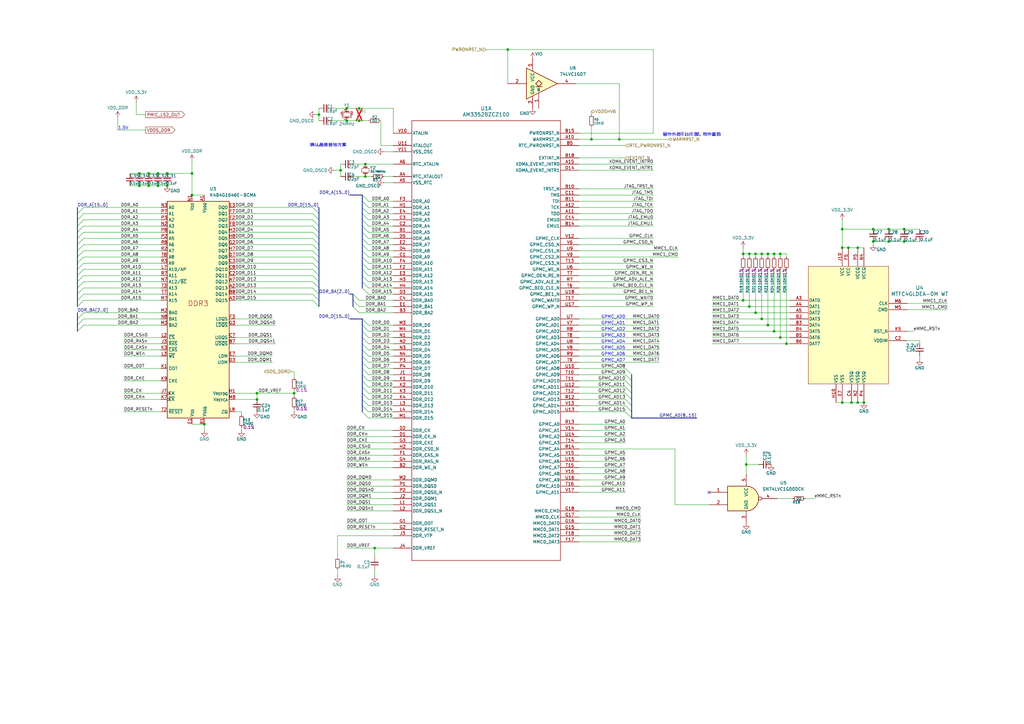
<source format=kicad_sch>
(kicad_sch (version 20250114) (generator "eeschema") (generator_version "9.0")
  (paper "A3")
  (lib_symbols
    (symbol "74xGxx:74LVC1G07"
      (property "Reference" "U" (at 0 7.62 0))
      (property "Value" "74LVC1G07" (at 3.81 -7.62 0))
      (symbol "74LVC1G07_1_1"
        (pin input line (at -15.24 0 0) (length 7.62) (name "~") (number "2"))
        (pin power_in line (at -5.08 10.16 270) (length 5.08) (name "VCC") (number "5"))
        (pin power_in line (at -5.08 -10.16 90) (length 5.08) (name "GND") (number "3"))
        (pin free line (at -2.54 -10.16 90) (length 6.35) (name "NC") (number "1"))
        (pin open_collector line (at 12.7 0 180) (length 7.62) (name "~") (number "4"))
      )
    )
    (symbol "74xGxx:SN74LVC1G00DCK"
      (property "Reference" "U" (at -5.08 7.62 0))
      (property "Value" "SN74LVC1G00DCK" (at 7.62 -7.62 0))
      (symbol "SN74LVC1G00DCK_1_1"
        (pin input line (at -15.24 2.54 0) (length 7.62) (name "~") (number "1"))
        (pin input line (at -15.24 -2.54 0) (length 7.62) (name "~") (number "2"))
        (pin power_in line (at 0 10.16 270) (length 5.08) (name "VCC") (number "5"))
        (pin power_in line (at 0 -10.16 90) (length 5.08) (name "GND") (number "3"))
        (pin output inverted (at 12.7 0 180) (length 7.62) (name "~") (number "4"))
      )
    )
    (symbol "Device:C_Small" (pin_numbers (hide yes)) (pin_names (offset 0.254) (hide yes))
      (property "Reference" "C" (at 0.254 1.778 0))
      (property "Value" "C_Small" (at 0.254 -2.032 0))
      (symbol "C_Small_1_1"
        (pin passive line (at 0 2.54 270) (length 2.032) (name "~") (number "1"))
        (pin passive line (at 0 -2.54 90) (length 2.032) (name "~") (number "2"))
      )
    )
    (symbol "Device:Crystal_GND24_Small" (pin_names (offset 1.016) (hide yes))
      (property "Reference" "Y" (at 1.27 4.445 0))
      (property "Value" "Crystal_GND24_Small" (at 1.27 2.54 0))
      (symbol "Crystal_GND24_Small_1_1"
        (pin passive line (at -2.54 0 0) (length 1.27) (name "1") (number "1"))
        (pin passive line (at 0 2.54 270) (length 0.635) (name "4") (number "4"))
        (pin passive line (at 0 -2.54 90) (length 0.635) (name "2") (number "2"))
        (pin passive line (at 2.54 0 180) (length 1.27) (name "3") (number "3"))
      )
    )
    (symbol "Device:Crystal_Small" (pin_numbers (hide yes)) (pin_names (offset 1.016) (hide yes))
      (property "Reference" "Y" (at 0 2.54 0))
      (property "Value" "Crystal_Small" (at 0 -2.54 0))
      (symbol "Crystal_Small_1_1"
        (pin passive line (at -2.54 0 0) (length 1.27) (name "1") (number "1"))
        (pin passive line (at 2.54 0 180) (length 1.27) (name "2") (number "2"))
      )
    )
    (symbol "Device:R_Small" (pin_numbers (hide yes)) (pin_names (offset 0.254) (hide yes))
      (property "Reference" "R" (at 0 0 90))
      (property "Value" "R_Small" (at 1.778 0 90))
      (symbol "R_Small_1_1"
        (pin passive line (at 0 2.54 270) (length 0.762) (name "~") (number "1"))
        (pin passive line (at 0 -2.54 90) (length 0.762) (name "~") (number "2"))
      )
    )
    (symbol "My_Library:AM3352BZCZ100" (pin_names (offset 0.254))
      (property "Reference" "U" (at 0 2.54 0))
      (property "Value" "AM3352BZCZ100" (at 0 0 0))
      (symbol "AM3352BZCZ100_1_1"
        (pin input line (at -38.1 86.36 0) (length 7.62) (name "XTALIN") (number "V10"))
        (pin output line (at -38.1 81.28 0) (length 7.62) (name "XTALOUT") (number "U11"))
        (pin power_in line (at -38.1 78.74 0) (length 7.62) (name "VSS_OSC") (number "V11"))
        (pin input line (at -38.1 73.66 0) (length 7.62) (name "RTC_XTALIN") (number "A6"))
        (pin output line (at -38.1 68.58 0) (length 7.62) (name "RTC_XTALOUT") (number "A4"))
        (pin power_in line (at -38.1 66.04 0) (length 7.62) (name "VSS_RTC") (number "A5"))
        (pin output line (at -38.1 58.42 0) (length 7.62) (name "DDR_A0") (number "F3"))
        (pin output line (at -38.1 55.88 0) (length 7.62) (name "DDR_A1") (number "H1"))
        (pin output line (at -38.1 53.34 0) (length 7.62) (name "DDR_A2") (number "E4"))
        (pin output line (at -38.1 50.8 0) (length 7.62) (name "DDR_A3") (number "C3"))
        (pin output line (at -38.1 48.26 0) (length 7.62) (name "DDR_A4") (number "C2"))
        (pin output line (at -38.1 45.72 0) (length 7.62) (name "DDR_A5") (number "B1"))
        (pin output line (at -38.1 43.18 0) (length 7.62) (name "DDR_A6") (number "D5"))
        (pin output line (at -38.1 40.64 0) (length 7.62) (name "DDR_A7") (number "E2"))
        (pin output line (at -38.1 38.1 0) (length 7.62) (name "DDR_A8") (number "D4"))
        (pin output line (at -38.1 35.56 0) (length 7.62) (name "DDR_A9") (number "C1"))
        (pin output line (at -38.1 33.02 0) (length 7.62) (name "DDR_A10") (number "F4"))
        (pin output line (at -38.1 30.48 0) (length 7.62) (name "DDR_A11") (number "F2"))
        (pin output line (at -38.1 27.94 0) (length 7.62) (name "DDR_A12") (number "E3"))
        (pin output line (at -38.1 25.4 0) (length 7.62) (name "DDR_A13") (number "H3"))
        (pin output line (at -38.1 22.86 0) (length 7.62) (name "DDR_A14") (number "H4"))
        (pin output line (at -38.1 20.32 0) (length 7.62) (name "DDR_A15") (number "D3"))
        (pin output line (at -38.1 17.78 0) (length 7.62) (name "DDR_BA0") (number "C4"))
        (pin output line (at -38.1 15.24 0) (length 7.62) (name "DDR_BA1") (number "E1"))
        (pin output line (at -38.1 12.7 0) (length 7.62) (name "DDR_BA2") (number "B3"))
        (pin bidirectional line (at -38.1 7.62 0) (length 7.62) (name "DDR_D0") (number "M3"))
        (pin bidirectional line (at -38.1 5.08 0) (length 7.62) (name "DDR_D1") (number "M4"))
        (pin bidirectional line (at -38.1 2.54 0) (length 7.62) (name "DDR_D2") (number "N1"))
        (pin bidirectional line (at -38.1 0 0) (length 7.62) (name "DDR_D3") (number "N2"))
        (pin bidirectional line (at -38.1 -2.54 0) (length 7.62) (name "DDR_D4") (number "N3"))
        (pin bidirectional line (at -38.1 -5.08 0) (length 7.62) (name "DDR_D5") (number "N4"))
        (pin bidirectional line (at -38.1 -7.62 0) (length 7.62) (name "DDR_D6") (number "P3"))
        (pin bidirectional line (at -38.1 -10.16 0) (length 7.62) (name "DDR_D7") (number "P4"))
        (pin bidirectional line (at -38.1 -12.7 0) (length 7.62) (name "DDR_D8") (number "J1"))
        (pin bidirectional line (at -38.1 -15.24 0) (length 7.62) (name "DDR_D9") (number "K1"))
        (pin bidirectional line (at -38.1 -17.78 0) (length 7.62) (name "DDR_D10") (number "K2"))
        (pin bidirectional line (at -38.1 -20.32 0) (length 7.62) (name "DDR_D11") (number "K3"))
        (pin bidirectional line (at -38.1 -22.86 0) (length 7.62) (name "DDR_D12") (number "K4"))
        (pin bidirectional line (at -38.1 -25.4 0) (length 7.62) (name "DDR_D13") (number "L3"))
        (pin bidirectional line (at -38.1 -27.94 0) (length 7.62) (name "DDR_D14") (number "L4"))
        (pin bidirectional line (at -38.1 -30.48 0) (length 7.62) (name "DDR_D15") (number "M1"))
        (pin output line (at -38.1 -35.56 0) (length 7.62) (name "DDR_CK") (number "D2"))
        (pin output line (at -38.1 -38.1 0) (length 7.62) (name "DDR_CK_N") (number "D1"))
        (pin output line (at -38.1 -40.64 0) (length 7.62) (name "DDR_CKE") (number "G3"))
        (pin output line (at -38.1 -43.18 0) (length 7.62) (name "DDR_CS0_N") (number "H2"))
        (pin output line (at -38.1 -45.72 0) (length 7.62) (name "DDR_CAS_N") (number "F1"))
        (pin output line (at -38.1 -48.26 0) (length 7.62) (name "DDR_RAS_N") (number "G4"))
        (pin output line (at -38.1 -50.8 0) (length 7.62) (name "DDR_WE_N") (number "B2"))
        (pin output line (at -38.1 -55.88 0) (length 7.62) (name "DDR_DQM0") (number "M2"))
        (pin bidirectional line (at -38.1 -58.42 0) (length 7.62) (name "DDR_DQS0") (number "P1"))
        (pin bidirectional line (at -38.1 -60.96 0) (length 7.62) (name "DDR_DQS0_N") (number "P2"))
        (pin output line (at -38.1 -63.5 0) (length 7.62) (name "DDR_DQM1") (number "J2"))
        (pin bidirectional line (at -38.1 -66.04 0) (length 7.62) (name "DDR_DQS1") (number "L1"))
        (pin bidirectional line (at -38.1 -68.58 0) (length 7.62) (name "DDR_DQS1_N") (number "L2"))
        (pin output line (at -38.1 -73.66 0) (length 7.62) (name "DDR_ODT") (number "G1"))
        (pin output line (at -38.1 -76.2 0) (length 7.62) (name "DDR_RESET_N") (number "G2"))
        (pin power_in line (at -38.1 -78.74 0) (length 7.62) (name "DDR_VTP") (number "J3"))
        (pin power_in line (at -38.1 -83.82 0) (length 7.62) (name "DDR_VREF") (number "J4"))
        (pin input line (at 38.1 86.36 180) (length 7.62) (name "PWRONRST_N") (number "B15"))
        (pin bidirectional line (at 38.1 83.82 180) (length 7.62) (name "WARMRST_N") (number "A10"))
        (pin input line (at 38.1 81.28 180) (length 7.62) (name "RTC_PWRONRST_N") (number "B5"))
        (pin input line (at 38.1 76.2 180) (length 7.62) (name "EXTINT_N") (number "B18"))
        (pin input line (at 38.1 73.66 180) (length 7.62) (name "XDMA_EVENT_INTR0") (number "A15"))
        (pin input line (at 38.1 71.12 180) (length 7.62) (name "XDMA_EVENT_INTR1") (number "D14"))
        (pin input line (at 38.1 63.5 180) (length 7.62) (name "TRST_N") (number "B10"))
        (pin input line (at 38.1 60.96 180) (length 7.62) (name "TMS") (number "C11"))
        (pin input line (at 38.1 58.42 180) (length 7.62) (name "TDI") (number "B11"))
        (pin input line (at 38.1 55.88 180) (length 7.62) (name "TCK") (number "A12"))
        (pin output line (at 38.1 53.34 180) (length 7.62) (name "TDO") (number "A11"))
        (pin bidirectional line (at 38.1 50.8 180) (length 7.62) (name "EMU0") (number "C14"))
        (pin bidirectional line (at 38.1 48.26 180) (length 7.62) (name "EMU1") (number "B14"))
        (pin bidirectional line (at 38.1 43.18 180) (length 7.62) (name "GPMC_CLK") (number "V12"))
        (pin bidirectional line (at 38.1 40.64 180) (length 7.62) (name "GPMC_CS0_N") (number "V6"))
        (pin bidirectional line (at 38.1 38.1 180) (length 7.62) (name "GPMC_CS1_N") (number "U9"))
        (pin bidirectional line (at 38.1 35.56 180) (length 7.62) (name "GPMC_CS2_N") (number "V9"))
        (pin bidirectional line (at 38.1 33.02 180) (length 7.62) (name "GPMC_CS3_N") (number "T13"))
        (pin bidirectional line (at 38.1 30.48 180) (length 7.62) (name "GPMC_WE_N") (number "U6"))
        (pin bidirectional line (at 38.1 27.94 180) (length 7.62) (name "GPMC_OEN_RE_N") (number "T7"))
        (pin bidirectional line (at 38.1 25.4 180) (length 7.62) (name "GPMC_ADV_ALE_N") (number "R7"))
        (pin bidirectional line (at 38.1 22.86 180) (length 7.62) (name "GPMC_BE0_CLE_N") (number "T6"))
        (pin bidirectional line (at 38.1 20.32 180) (length 7.62) (name "GPMC_BE1_N") (number "U18"))
        (pin bidirectional line (at 38.1 17.78 180) (length 7.62) (name "GPMC_WAIT0") (number "T17"))
        (pin bidirectional line (at 38.1 15.24 180) (length 7.62) (name "GPMC_WP_N") (number "U17"))
        (pin bidirectional line (at 38.1 10.16 180) (length 7.62) (name "GPMC_AD0") (number "U7"))
        (pin bidirectional line (at 38.1 7.62 180) (length 7.62) (name "GPMC_AD1") (number "V7"))
        (pin bidirectional line (at 38.1 5.08 180) (length 7.62) (name "GPMC_AD2") (number "R8"))
        (pin bidirectional line (at 38.1 2.54 180) (length 7.62) (name "GPMC_AD3") (number "T8"))
        (pin bidirectional line (at 38.1 0 180) (length 7.62) (name "GPMC_AD4") (number "U8"))
        (pin bidirectional line (at 38.1 -2.54 180) (length 7.62) (name "GPMC_AD5") (number "V8"))
        (pin bidirectional line (at 38.1 -5.08 180) (length 7.62) (name "GPMC_AD6") (number "R9"))
        (pin bidirectional line (at 38.1 -7.62 180) (length 7.62) (name "GPMC_AD7") (number "T9"))
        (pin bidirectional line (at 38.1 -10.16 180) (length 7.62) (name "GPMC_AD8") (number "U10"))
        (pin bidirectional line (at 38.1 -12.7 180) (length 7.62) (name "GPMC_AD9") (number "T10"))
        (pin bidirectional line (at 38.1 -15.24 180) (length 7.62) (name "GPMC_AD10") (number "T11"))
        (pin bidirectional line (at 38.1 -17.78 180) (length 7.62) (name "GPMC_AD11") (number "U12"))
        (pin bidirectional line (at 38.1 -20.32 180) (length 7.62) (name "GPMC_AD12") (number "T12"))
        (pin bidirectional line (at 38.1 -22.86 180) (length 7.62) (name "GPMC_AD13") (number "R12"))
        (pin bidirectional line (at 38.1 -25.4 180) (length 7.62) (name "GPMC_AD14") (number "V13"))
        (pin bidirectional line (at 38.1 -27.94 180) (length 7.62) (name "GPMC_AD15") (number "U13"))
        (pin bidirectional line (at 38.1 -33.02 180) (length 7.62) (name "GPMC_A0") (number "R13"))
        (pin bidirectional line (at 38.1 -35.56 180) (length 7.62) (name "GPMC_A1") (number "V14"))
        (pin bidirectional line (at 38.1 -38.1 180) (length 7.62) (name "GPMC_A2") (number "U14"))
        (pin bidirectional line (at 38.1 -40.64 180) (length 7.62) (name "GPMC_A3") (number "T14"))
        (pin bidirectional line (at 38.1 -43.18 180) (length 7.62) (name "GPMC_A4") (number "R14"))
        (pin bidirectional line (at 38.1 -45.72 180) (length 7.62) (name "GPMC_A5") (number "V15"))
        (pin bidirectional line (at 38.1 -48.26 180) (length 7.62) (name "GPMC_A6") (number "U15"))
        (pin bidirectional line (at 38.1 -50.8 180) (length 7.62) (name "GPMC_A7") (number "T15"))
        (pin bidirectional line (at 38.1 -53.34 180) (length 7.62) (name "GPMC_A8") (number "V16"))
        (pin bidirectional line (at 38.1 -55.88 180) (length 7.62) (name "GPMC_A9") (number "U16"))
        (pin bidirectional line (at 38.1 -58.42 180) (length 7.62) (name "GPMC_A10") (number "T16"))
        (pin bidirectional line (at 38.1 -60.96 180) (length 7.62) (name "GPMC_A11") (number "V17"))
        (pin bidirectional line (at 38.1 -68.58 180) (length 7.62) (name "MMC0_CMD") (number "G18"))
        (pin bidirectional line (at 38.1 -71.12 180) (length 7.62) (name "MMC0_CLK") (number "G17"))
        (pin bidirectional line (at 38.1 -73.66 180) (length 7.62) (name "MMC0_DAT0") (number "G16"))
        (pin bidirectional line (at 38.1 -76.2 180) (length 7.62) (name "MMC0_DAT1") (number "G15"))
        (pin bidirectional line (at 38.1 -78.74 180) (length 7.62) (name "MMC0_DAT2") (number "F18"))
        (pin bidirectional line (at 38.1 -81.28 180) (length 7.62) (name "MMC0_DAT3") (number "F17"))
      )
      (symbol "AM3352BZCZ100_2_1"
        (pin output line (at -33.02 66.04 0) (length 7.62) (name "PMIC_POWER_EN") (number "C6"))
        (pin input line (at -33.02 63.5 0) (length 7.62) (name "EXT_WAKEUP") (number "C5"))
        (pin bidirectional line (at -33.02 55.88 0) (length 7.62) (name "AIN0") (number "B6"))
        (pin bidirectional line (at -33.02 53.34 0) (length 7.62) (name "AIN1") (number "C7"))
        (pin bidirectional line (at -33.02 50.8 0) (length 7.62) (name "AIN2") (number "B7"))
        (pin bidirectional line (at -33.02 48.26 0) (length 7.62) (name "AIN3") (number "A7"))
        (pin bidirectional line (at -33.02 45.72 0) (length 7.62) (name "AIN4") (number "C8"))
        (pin input line (at -33.02 43.18 0) (length 7.62) (name "AIN5") (number "B8"))
        (pin input line (at -33.02 40.64 0) (length 7.62) (name "AIN6") (number "A8"))
        (pin input line (at -33.02 38.1 0) (length 7.62) (name "AIN7") (number "C9"))
        (pin power_in line (at -33.02 33.02 0) (length 7.62) (name "VREFP") (number "B9"))
        (pin power_in line (at -33.02 30.48 0) (length 7.62) (name "VREFN") (number "A9"))
        (pin bidirectional line (at -33.02 25.4 0) (length 7.62) (name "SPI0_SCLK") (number "A17"))
        (pin bidirectional line (at -33.02 22.86 0) (length 7.62) (name "SPI0_D0") (number "B17"))
        (pin bidirectional line (at -33.02 20.32 0) (length 7.62) (name "SPI0_D1") (number "B16"))
        (pin bidirectional line (at -33.02 17.78 0) (length 7.62) (name "SPI0_CS0") (number "A16"))
        (pin bidirectional line (at -33.02 15.24 0) (length 7.62) (name "SPI0_CS1") (number "C15"))
        (pin bidirectional line (at -33.02 10.16 0) (length 7.62) (name "UART0_TXD") (number "E16"))
        (pin bidirectional line (at -33.02 7.62 0) (length 7.62) (name "UART0_RXD") (number "E15"))
        (pin bidirectional line (at -33.02 5.08 0) (length 7.62) (name "UART0_CTS_N") (number "E18"))
        (pin bidirectional line (at -33.02 2.54 0) (length 7.62) (name "UART0_RTS_N") (number "E17"))
        (pin bidirectional line (at -33.02 -7.62 0) (length 7.62) (name "UART1_TXD") (number "D15"))
        (pin bidirectional line (at -33.02 -10.16 0) (length 7.62) (name "UART1_RXD") (number "D16"))
        (pin bidirectional line (at -33.02 -12.7 0) (length 7.62) (name "UART1_CTS_N") (number "D18"))
        (pin bidirectional line (at -33.02 -15.24 0) (length 7.62) (name "UART1_RTS_N") (number "D17"))
        (pin bidirectional line (at -33.02 -20.32 0) (length 7.62) (name "I2C0_SCL") (number "C16"))
        (pin bidirectional line (at -33.02 -22.86 0) (length 7.62) (name "I2C0_SDA") (number "C17"))
        (pin output line (at -33.02 -27.94 0) (length 7.62) (name "USB0_DP") (number "N17"))
        (pin output line (at -33.02 -30.48 0) (length 7.62) (name "USB0_DM") (number "N18"))
        (pin output line (at -33.02 -33.02 0) (length 7.62) (name "USB0_CE") (number "M15"))
        (pin input line (at -33.02 -35.56 0) (length 7.62) (name "USB0_ID") (number "P16"))
        (pin bidirectional line (at -33.02 -38.1 0) (length 7.62) (name "USB0_DRVVBUS") (number "F16"))
        (pin power_in line (at -33.02 -40.64 0) (length 7.62) (name "USB0_VBUS") (number "P15"))
        (pin output line (at -33.02 -45.72 0) (length 7.62) (name "USB1_DP") (number "R17"))
        (pin output line (at -33.02 -48.26 0) (length 7.62) (name "USB1_DM") (number "R18"))
        (pin output line (at -33.02 -50.8 0) (length 7.62) (name "USB1_CE") (number "P18"))
        (pin input line (at -33.02 -53.34 0) (length 7.62) (name "USB1_ID") (number "P17"))
        (pin bidirectional line (at -33.02 -55.88 0) (length 7.62) (name "USB1_DRVVBUS") (number "F15"))
        (pin power_in line (at -33.02 -58.42 0) (length 7.62) (name "USB1_VBUS") (number "T18"))
        (pin bidirectional line (at -33.02 -66.04 0) (length 7.62) (name "ECAP0_IN_PWM0_OUT") (number "C18"))
        (pin bidirectional line (at 33.02 66.04 180) (length 7.62) (name "MII1_TX_CLK") (number "K18"))
        (pin bidirectional line (at 33.02 63.5 180) (length 7.62) (name "MII1_TXD0") (number "K17"))
        (pin bidirectional line (at 33.02 60.96 180) (length 7.62) (name "MII1_TXD1") (number "K16"))
        (pin bidirectional line (at 33.02 58.42 180) (length 7.62) (name "MII1_TXD2") (number "K15"))
        (pin bidirectional line (at 33.02 55.88 180) (length 7.62) (name "MII1_TXD3") (number "J18"))
        (pin bidirectional line (at 33.02 53.34 180) (length 7.62) (name "MII1_TX_EN") (number "J16"))
        (pin bidirectional line (at 33.02 50.8 180) (length 7.62) (name "MII1_CRS") (number "H17"))
        (pin bidirectional line (at 33.02 48.26 180) (length 7.62) (name "MII1_COL") (number "H16"))
        (pin bidirectional line (at 33.02 43.18 180) (length 7.62) (name "MII1_RX_CLK") (number "L18"))
        (pin bidirectional line (at 33.02 40.64 180) (length 7.62) (name "MII1_RXD0") (number "M16"))
        (pin bidirectional line (at 33.02 38.1 180) (length 7.62) (name "MII1_RXD1") (number "L15"))
        (pin bidirectional line (at 33.02 35.56 180) (length 7.62) (name "MII1_RXD2") (number "L16"))
        (pin bidirectional line (at 33.02 33.02 180) (length 7.62) (name "MII1_RXD3") (number "L17"))
        (pin bidirectional line (at 33.02 30.48 180) (length 7.62) (name "MII1_RX_ER") (number "J15"))
        (pin bidirectional line (at 33.02 27.94 180) (length 7.62) (name "MII1_RX_DV") (number "J17"))
        (pin bidirectional line (at 33.02 22.86 180) (length 7.62) (name "RMII1_REF_CLK") (number "H18"))
        (pin bidirectional line (at 33.02 20.32 180) (length 7.62) (name "MDC") (number "M18"))
        (pin bidirectional line (at 33.02 17.78 180) (length 7.62) (name "MDIO") (number "M17"))
        (pin bidirectional line (at 33.02 12.7 180) (length 7.62) (name "LCD_DATA0") (number "R1"))
        (pin bidirectional line (at 33.02 10.16 180) (length 7.62) (name "LCD_DATA1") (number "R2"))
        (pin bidirectional line (at 33.02 7.62 180) (length 7.62) (name "LCD_DATA2") (number "R3"))
        (pin bidirectional line (at 33.02 5.08 180) (length 7.62) (name "LCD_DATA3") (number "R4"))
        (pin bidirectional line (at 33.02 2.54 180) (length 7.62) (name "LCD_DATA4") (number "T1"))
        (pin bidirectional line (at 33.02 0 180) (length 7.62) (name "LCD_DATA5") (number "T2"))
        (pin bidirectional line (at 33.02 -2.54 180) (length 7.62) (name "LCD_DATA6") (number "T3"))
        (pin bidirectional line (at 33.02 -5.08 180) (length 7.62) (name "LCD_DATA7") (number "T4"))
        (pin bidirectional line (at 33.02 -7.62 180) (length 7.62) (name "LCD_DATA8") (number "U1"))
        (pin bidirectional line (at 33.02 -10.16 180) (length 7.62) (name "LCD_DATA9") (number "U2"))
        (pin bidirectional line (at 33.02 -12.7 180) (length 7.62) (name "LCD_DATA10") (number "U3"))
        (pin bidirectional line (at 33.02 -15.24 180) (length 7.62) (name "LCD_DATA11") (number "U4"))
        (pin bidirectional line (at 33.02 -17.78 180) (length 7.62) (name "LCD_DATA12") (number "V2"))
        (pin bidirectional line (at 33.02 -20.32 180) (length 7.62) (name "LCD_DATA13") (number "V3"))
        (pin bidirectional line (at 33.02 -22.86 180) (length 7.62) (name "LCD_DATA14") (number "V4"))
        (pin bidirectional line (at 33.02 -25.4 180) (length 7.62) (name "LCD_DATA15") (number "T5"))
        (pin bidirectional line (at 33.02 -30.48 180) (length 7.62) (name "LCD_PCLK") (number "V5"))
        (pin bidirectional line (at 33.02 -33.02 180) (length 7.62) (name "LCD_VSYNC") (number "U5"))
        (pin bidirectional line (at 33.02 -35.56 180) (length 7.62) (name "LCD_HSYNC") (number "R5"))
        (pin bidirectional line (at 33.02 -38.1 180) (length 7.62) (name "LCD_AC_BIAS_EN") (number "R6"))
        (pin bidirectional line (at 33.02 -43.18 180) (length 7.62) (name "MCASP0_AHCLKX") (number "A14"))
        (pin bidirectional line (at 33.02 -45.72 180) (length 7.62) (name "MCASP0_ACLKX") (number "A13"))
        (pin bidirectional line (at 33.02 -48.26 180) (length 7.62) (name "MCASP0_FSX") (number "B13"))
        (pin bidirectional line (at 33.02 -50.8 180) (length 7.62) (name "MCASP0_AXR0") (number "D12"))
        (pin bidirectional line (at 33.02 -53.34 180) (length 7.62) (name "MCASP0_AHCLKR") (number "C12"))
        (pin bidirectional line (at 33.02 -55.88 180) (length 7.62) (name "MCASP0_ACLKR") (number "B12"))
        (pin bidirectional line (at 33.02 -58.42 180) (length 7.62) (name "MCASP0_FSR") (number "C13"))
        (pin bidirectional line (at 33.02 -60.96 180) (length 7.62) (name "MCASP0_AXR1") (number "D13"))
      )
      (symbol "AM3352BZCZ100_3_1"
        (pin power_in line (at -43.18 73.66 0) (length 7.62) (name "VDD_CORE") (number "F6"))
        (pin power_in line (at -43.18 71.12 0) (length 7.62) (name "VDD_CORE") (number "F7"))
        (pin power_in line (at -43.18 68.58 0) (length 7.62) (name "VDD_CORE") (number "G6"))
        (pin power_in line (at -43.18 66.04 0) (length 7.62) (name "VDD_CORE") (number "G7"))
        (pin power_in line (at -43.18 63.5 0) (length 7.62) (name "VDD_CORE") (number "G10"))
        (pin power_in line (at -43.18 60.96 0) (length 7.62) (name "VDD_CORE") (number "H11"))
        (pin power_in line (at -43.18 58.42 0) (length 7.62) (name "VDD_CORE") (number "J12"))
        (pin power_in line (at -43.18 55.88 0) (length 7.62) (name "VDD_CORE") (number "K6"))
        (pin power_in line (at -43.18 53.34 0) (length 7.62) (name "VDD_CORE") (number "K8"))
        (pin power_in line (at -43.18 50.8 0) (length 7.62) (name "VDD_CORE") (number "K12"))
        (pin power_in line (at -43.18 48.26 0) (length 7.62) (name "VDD_CORE") (number "L6"))
        (pin power_in line (at -43.18 45.72 0) (length 7.62) (name "VDD_CORE") (number "L7"))
        (pin power_in line (at -43.18 43.18 0) (length 7.62) (name "VDD_CORE") (number "L8"))
        (pin power_in line (at -43.18 40.64 0) (length 7.62) (name "VDD_CORE") (number "L9"))
        (pin power_in line (at -43.18 38.1 0) (length 7.62) (name "VDD_CORE") (number "M11"))
        (pin power_in line (at -43.18 35.56 0) (length 7.62) (name "VDD_CORE") (number "M13"))
        (pin power_in line (at -43.18 33.02 0) (length 7.62) (name "VDD_CORE") (number "N8"))
        (pin power_in line (at -43.18 30.48 0) (length 7.62) (name "VDD_CORE") (number "N9"))
        (pin power_in line (at -43.18 27.94 0) (length 7.62) (name "VDD_CORE") (number "N12"))
        (pin power_in line (at -43.18 25.4 0) (length 7.62) (name "VDD_CORE") (number "N13"))
        (pin power_in line (at -43.18 20.32 0) (length 7.62) (name "VDD_MPU") (number "F10"))
        (pin power_in line (at -43.18 17.78 0) (length 7.62) (name "VDD_MPU") (number "F11"))
        (pin power_in line (at -43.18 15.24 0) (length 7.62) (name "VDD_MPU") (number "F12"))
        (pin power_in line (at -43.18 12.7 0) (length 7.62) (name "VDD_MPU") (number "F13"))
        (pin power_in line (at -43.18 10.16 0) (length 7.62) (name "VDD_MPU") (number "G13"))
        (pin power_in line (at -43.18 7.62 0) (length 7.62) (name "VDD_MPU") (number "H13"))
        (pin power_in line (at -43.18 5.08 0) (length 7.62) (name "VDD_MPU") (number "J13"))
        (pin power_in line (at -43.18 2.54 0) (length 7.62) (name "VDD_MPU_MON") (number "A2"))
        (pin unspecified line (at -43.18 -2.54 0) (length 7.62) (name "CAP_VDD_SRAM_CORE") (number "D9"))
        (pin power_in line (at -43.18 -5.08 0) (length 7.62) (name "VDDS_PLL_MPU") (number "H15"))
        (pin power_in line (at -43.18 -10.16 0) (length 7.62) (name "VDDS_SRAM_MPU_BB") (number "D10"))
        (pin unspecified line (at -43.18 -12.7 0) (length 7.62) (name "CAP_VDD_SRAM_MPU") (number "D11"))
        (pin unspecified line (at -43.18 -15.24 0) (length 7.62) (name "CAP_VBB_MPU") (number "C10"))
        (pin power_in line (at -43.18 -17.78 0) (length 7.62) (name "VDDS_SRAM_CORE_BG") (number "E9"))
        (pin power_in line (at -43.18 -22.86 0) (length 7.62) (name "VDDA3P3V_USB0") (number "N15"))
        (pin power_in line (at -43.18 -25.4 0) (length 7.62) (name "VDDA1P8V_USB0") (number "N16"))
        (pin power_in line (at -43.18 -30.48 0) (length 7.62) (name "VSSA_USB") (number "M14"))
        (pin power_in line (at -43.18 -35.56 0) (length 7.62) (name "VDDA3P3V_USB1") (number "R15"))
        (pin power_in line (at -43.18 -38.1 0) (length 7.62) (name "VDDA1P8V_USB1") (number "R16"))
        (pin power_in line (at -43.18 -43.18 0) (length 7.62) (name "VSSA_USB") (number "N14"))
        (pin power_in line (at -43.18 -48.26 0) (length 7.62) (name "VDDS_PLL_DDR") (number "E7"))
        (pin power_in line (at -43.18 -53.34 0) (length 7.62) (name "VDDS_DDR") (number "E5"))
        (pin power_in line (at -43.18 -55.88 0) (length 7.62) (name "VDDS_DDR") (number "F5"))
        (pin power_in line (at -43.18 -58.42 0) (length 7.62) (name "VDDS_DDR") (number "G5"))
        (pin power_in line (at -43.18 -60.96 0) (length 7.62) (name "VDDS_DDR") (number "H5"))
        (pin power_in line (at -43.18 -63.5 0) (length 7.62) (name "VDDS_DDR") (number "J5"))
        (pin power_in line (at -43.18 -66.04 0) (length 7.62) (name "VDDS_DDR") (number "K5"))
        (pin power_in line (at -43.18 -68.58 0) (length 7.62) (name "VDDS_DDR") (number "L5"))
        (pin power_in line (at 43.18 73.66 180) (length 7.62) (name "VDDSHV1") (number "P7"))
        (pin power_in line (at 43.18 71.12 180) (length 7.62) (name "VDDSHV1") (number "P8"))
        (pin power_in line (at 43.18 63.5 180) (length 7.62) (name "VDDSHV2") (number "P10"))
        (pin power_in line (at 43.18 60.96 180) (length 7.62) (name "VDDSHV2") (number "P11"))
        (pin power_in line (at 43.18 53.34 180) (length 7.62) (name "VDDSHV3") (number "P12"))
        (pin power_in line (at 43.18 50.8 180) (length 7.62) (name "VDDSHV3") (number "P13"))
        (pin power_in line (at 43.18 43.18 180) (length 7.62) (name "VDDSHV4") (number "H14"))
        (pin power_in line (at 43.18 40.64 180) (length 7.62) (name "VDDSHV4") (number "J14"))
        (pin power_in line (at 43.18 33.02 180) (length 7.62) (name "VDDSHV5") (number "K14"))
        (pin power_in line (at 43.18 30.48 180) (length 7.62) (name "VDDSHV5") (number "L14"))
        (pin power_in line (at 43.18 20.32 180) (length 7.62) (name "VDDSHV6") (number "E10"))
        (pin power_in line (at 43.18 17.78 180) (length 7.62) (name "VDDSHV6") (number "E11"))
        (pin power_in line (at 43.18 15.24 180) (length 7.62) (name "VDDSHV6") (number "E12"))
        (pin power_in line (at 43.18 12.7 180) (length 7.62) (name "VDDSHV6") (number "E13"))
        (pin power_in line (at 43.18 10.16 180) (length 7.62) (name "VDDSHV6") (number "F14"))
        (pin power_in line (at 43.18 7.62 180) (length 7.62) (name "VDDSHV6") (number "G14"))
        (pin power_in line (at 43.18 5.08 180) (length 7.62) (name "VDDSHV6") (number "N5"))
        (pin power_in line (at 43.18 2.54 180) (length 7.62) (name "VDDSHV6") (number "P5"))
        (pin power_in line (at 43.18 0 180) (length 7.62) (name "VDDSHV6") (number "P6"))
        (pin power_in line (at 43.18 -10.16 180) (length 7.62) (name "VDDS") (number "E6"))
        (pin power_in line (at 43.18 -12.7 180) (length 7.62) (name "VDDS") (number "E14"))
        (pin power_in line (at 43.18 -15.24 180) (length 7.62) (name "VDDS") (number "F9"))
        (pin power_in line (at 43.18 -17.78 180) (length 7.62) (name "VDDS") (number "K13"))
        (pin power_in line (at 43.18 -20.32 180) (length 7.62) (name "VDDS") (number "N6"))
        (pin power_in line (at 43.18 -22.86 180) (length 7.62) (name "VDDS") (number "P9"))
        (pin power_in line (at 43.18 -25.4 180) (length 7.62) (name "VDDS") (number "P14"))
        (pin power_in line (at 43.18 -35.56 180) (length 7.62) (name "VDDA_ADC") (number "D8"))
        (pin power_in line (at 43.18 -40.64 180) (length 7.62) (name "VSSA_ADC") (number "E8"))
        (pin power_in line (at 43.18 -45.72 180) (length 7.62) (name "VPP") (number "M5"))
        (pin power_in line (at 43.18 -48.26 180) (length 7.62) (name "VDDS_PLL_CORE_LCD") (number "R10"))
        (pin power_in line (at 43.18 -58.42 180) (length 7.62) (name "VDDS_RTC") (number "D7"))
        (pin unspecified line (at 43.18 -60.96 180) (length 7.62) (name "CAP_VDD_RTC") (number "D6"))
        (pin input line (at 43.18 -63.5 180) (length 7.62) (name "RTC_KALDO_EN_N") (number "B4"))
        (pin power_in line (at 43.18 -68.58 180) (length 7.62) (name "VDDS_OSC") (number "R11"))
        (pin unspecified line (at 43.18 -73.66 180) (length 7.62) (name "RESERVED") (number "A3"))
      )
      (symbol "AM3352BZCZ100_4_1"
        (pin power_in line (at -22.86 22.86 0) (length 7.62) (name "VSS") (number "A1"))
        (pin power_in line (at -22.86 20.32 0) (length 7.62) (name "VSS") (number "A18"))
        (pin power_in line (at -22.86 17.78 0) (length 7.62) (name "VSS") (number "F8"))
        (pin power_in line (at -22.86 15.24 0) (length 7.62) (name "VSS") (number "G8"))
        (pin power_in line (at -22.86 12.7 0) (length 7.62) (name "VSS") (number "G9"))
        (pin power_in line (at -22.86 10.16 0) (length 7.62) (name "VSS") (number "G11"))
        (pin power_in line (at -22.86 7.62 0) (length 7.62) (name "VSS") (number "G12"))
        (pin power_in line (at -22.86 5.08 0) (length 7.62) (name "VSS") (number "H6"))
        (pin power_in line (at -22.86 2.54 0) (length 7.62) (name "VSS") (number "H7"))
        (pin power_in line (at -22.86 0 0) (length 7.62) (name "VSS") (number "H8"))
        (pin power_in line (at -22.86 -2.54 0) (length 7.62) (name "VSS") (number "H9"))
        (pin power_in line (at -22.86 -5.08 0) (length 7.62) (name "VSS") (number "H10"))
        (pin power_in line (at -22.86 -7.62 0) (length 7.62) (name "VSS") (number "H12"))
        (pin power_in line (at -22.86 -10.16 0) (length 7.62) (name "VSS") (number "J6"))
        (pin power_in line (at -22.86 -12.7 0) (length 7.62) (name "VSS") (number "J7"))
        (pin power_in line (at -22.86 -15.24 0) (length 7.62) (name "VSS") (number "J8"))
        (pin power_in line (at -22.86 -17.78 0) (length 7.62) (name "VSS") (number "J9"))
        (pin power_in line (at -22.86 -20.32 0) (length 7.62) (name "VSS") (number "J10"))
        (pin power_in line (at -22.86 -22.86 0) (length 7.62) (name "VSS") (number "J11"))
        (pin power_in line (at 22.86 22.86 180) (length 7.62) (name "VSS") (number "K7"))
        (pin power_in line (at 22.86 20.32 180) (length 7.62) (name "VSS") (number "K9"))
        (pin power_in line (at 22.86 17.78 180) (length 7.62) (name "VSS") (number "K10"))
        (pin power_in line (at 22.86 15.24 180) (length 7.62) (name "VSS") (number "K11"))
        (pin power_in line (at 22.86 12.7 180) (length 7.62) (name "VSS") (number "L10"))
        (pin power_in line (at 22.86 10.16 180) (length 7.62) (name "VSS") (number "L11"))
        (pin power_in line (at 22.86 7.62 180) (length 7.62) (name "VSS") (number "L12"))
        (pin power_in line (at 22.86 5.08 180) (length 7.62) (name "VSS") (number "L13"))
        (pin power_in line (at 22.86 2.54 180) (length 7.62) (name "VSS") (number "M6"))
        (pin power_in line (at 22.86 0 180) (length 7.62) (name "VSS") (number "M7"))
        (pin power_in line (at 22.86 -2.54 180) (length 7.62) (name "VSS") (number "M8"))
        (pin power_in line (at 22.86 -5.08 180) (length 7.62) (name "VSS") (number "M9"))
        (pin power_in line (at 22.86 -7.62 180) (length 7.62) (name "VSS") (number "M10"))
        (pin power_in line (at 22.86 -10.16 180) (length 7.62) (name "VSS") (number "M12"))
        (pin power_in line (at 22.86 -12.7 180) (length 7.62) (name "VSS") (number "N7"))
        (pin power_in line (at 22.86 -15.24 180) (length 7.62) (name "VSS") (number "N10"))
        (pin power_in line (at 22.86 -17.78 180) (length 7.62) (name "VSS") (number "N11"))
        (pin power_in line (at 22.86 -20.32 180) (length 7.62) (name "VSS") (number "V1"))
        (pin power_in line (at 22.86 -22.86 180) (length 7.62) (name "VSS") (number "V18"))
      )
    )
    (symbol "My_Library:K4B4G1646E"
      (property "Reference" "U" (at 0 0 0))
      (symbol "K4B4G1646E_0_1"
        (pin input line (at -2.54 -2.54 0) (length 2.54) (name "A0") (number "N3"))
        (pin input line (at -2.54 -5.08 0) (length 2.54) (name "A1") (number "P7"))
        (pin input line (at -2.54 -7.62 0) (length 2.54) (name "A2") (number "P3"))
        (pin input line (at -2.54 -10.16 0) (length 2.54) (name "A3") (number "N2"))
        (pin input line (at -2.54 -12.7 0) (length 2.54) (name "A4") (number "P8"))
        (pin input line (at -2.54 -15.24 0) (length 2.54) (name "A5") (number "P2"))
        (pin input line (at -2.54 -17.78 0) (length 2.54) (name "A6") (number "R8"))
        (pin input line (at -2.54 -20.32 0) (length 2.54) (name "A7") (number "R2"))
        (pin input line (at -2.54 -22.86 0) (length 2.54) (name "A8") (number "T8"))
        (pin input line (at -2.54 -25.4 0) (length 2.54) (name "A9") (number "R3"))
        (pin input line (at -2.54 -27.94 0) (length 2.54) (name "A10/AP") (number "L7"))
        (pin input line (at -2.54 -30.48 0) (length 2.54) (name "A11") (number "R7"))
        (pin input line (at -2.54 -35.56 0) (length 2.54) (name "A13") (number "T3"))
        (pin input line (at -2.54 -38.1 0) (length 2.54) (name "A14") (number "T7"))
        (pin input line (at -2.54 -45.72 0) (length 2.54) (name "BA0") (number "M2"))
        (pin input line (at -2.54 -48.26 0) (length 2.54) (name "BA1") (number "N8"))
        (pin input line (at -2.54 -50.8 0) (length 2.54) (name "BA2") (number "M3"))
        (pin input line (at -2.54 -68.58 0) (length 2.54) (name "ODT") (number "K1"))
        (pin input line (at -2.54 -73.66 0) (length 2.54) (name "CKE") (number "K9"))
        (pin input clock (at -2.54 -78.74 0) (length 2.54) (name "CK") (number "J7"))
        (pin passive line (at 10.16 2.54 270) (length 2.54) (hide yes) (name "V_{DD}") (number "B2"))
        (pin passive line (at 10.16 2.54 270) (length 2.54) (hide yes) (name "V_{DD}") (number "D9"))
        (pin passive line (at 10.16 2.54 270) (length 2.54) (hide yes) (name "V_{DD}") (number "G7"))
        (pin passive line (at 10.16 2.54 270) (length 2.54) (hide yes) (name "V_{DD}") (number "K2"))
        (pin passive line (at 10.16 2.54 270) (length 2.54) (hide yes) (name "V_{DD}") (number "K8"))
        (pin passive line (at 10.16 2.54 270) (length 2.54) (hide yes) (name "V_{DD}") (number "N9"))
        (pin passive line (at 10.16 2.54 270) (length 2.54) (hide yes) (name "V_{DD}") (number "R1"))
        (pin passive line (at 10.16 2.54 270) (length 2.54) (hide yes) (name "V_{DD}") (number "R9"))
        (pin passive line (at 10.16 -91.44 90) (length 2.54) (hide yes) (name "V_{SS}") (number "A9"))
        (pin passive line (at 10.16 -91.44 90) (length 2.54) (hide yes) (name "V_{SS}") (number "B3"))
        (pin passive line (at 10.16 -91.44 90) (length 2.54) (hide yes) (name "V_{SS}") (number "G8"))
        (pin passive line (at 10.16 -91.44 90) (length 2.54) (hide yes) (name "V_{SS}") (number "J2"))
        (pin passive line (at 10.16 -91.44 90) (length 2.54) (hide yes) (name "V_{SS}") (number "J8"))
        (pin passive line (at 10.16 -91.44 90) (length 2.54) (hide yes) (name "V_{SS}") (number "M1"))
        (pin passive line (at 10.16 -91.44 90) (length 2.54) (hide yes) (name "V_{SS}") (number "M9"))
        (pin passive line (at 10.16 -91.44 90) (length 2.54) (hide yes) (name "V_{SS}") (number "P1"))
        (pin passive line (at 10.16 -91.44 90) (length 2.54) (hide yes) (name "V_{SS}") (number "P9"))
        (pin passive line (at 10.16 -91.44 90) (length 2.54) (hide yes) (name "V_{SS}") (number "T1"))
        (pin passive line (at 10.16 -91.44 90) (length 2.54) (hide yes) (name "V_{SS}") (number "T9"))
        (pin passive line (at 15.24 2.54 270) (length 2.54) (hide yes) (name "V_{DDQ}") (number "A8"))
        (pin passive line (at 15.24 2.54 270) (length 2.54) (hide yes) (name "V_{DDQ}") (number "C1"))
        (pin passive line (at 15.24 2.54 270) (length 2.54) (hide yes) (name "V_{DDQ}") (number "C9"))
        (pin passive line (at 15.24 2.54 270) (length 2.54) (hide yes) (name "V_{DDQ}") (number "D2"))
        (pin passive line (at 15.24 2.54 270) (length 2.54) (hide yes) (name "V_{DDQ}") (number "E9"))
        (pin passive line (at 15.24 2.54 270) (length 2.54) (hide yes) (name "V_{DDQ}") (number "F1"))
        (pin passive line (at 15.24 2.54 270) (length 2.54) (hide yes) (name "V_{DDQ}") (number "H2"))
        (pin passive line (at 15.24 2.54 270) (length 2.54) (hide yes) (name "V_{DDQ}") (number "H9"))
        (pin passive line (at 15.24 -91.44 90) (length 2.54) (hide yes) (name "V_{SSQ}") (number "B9"))
        (pin passive line (at 15.24 -91.44 90) (length 2.54) (hide yes) (name "V_{SSQ}") (number "D1"))
        (pin passive line (at 15.24 -91.44 90) (length 2.54) (hide yes) (name "V_{SSQ}") (number "D8"))
        (pin passive line (at 15.24 -91.44 90) (length 2.54) (hide yes) (name "V_{SSQ}") (number "E2"))
        (pin passive line (at 15.24 -91.44 90) (length 2.54) (hide yes) (name "V_{SSQ}") (number "E8"))
        (pin passive line (at 15.24 -91.44 90) (length 2.54) (hide yes) (name "V_{SSQ}") (number "F9"))
        (pin passive line (at 15.24 -91.44 90) (length 2.54) (hide yes) (name "V_{SSQ}") (number "G1"))
        (pin passive line (at 15.24 -91.44 90) (length 2.54) (hide yes) (name "V_{SSQ}") (number "G9"))
        (pin no_connect line (at 25.4 -45.72 180) (length 2.54) (hide yes) (name "NC") (number "J1"))
        (pin no_connect line (at 25.4 -68.58 180) (length 2.54) (hide yes) (name "NC") (number "J9"))
        (pin no_connect line (at 25.4 -71.12 180) (length 2.54) (hide yes) (name "NC") (number "L9"))
        (pin no_connect line (at 25.4 -73.66 180) (length 2.54) (hide yes) (name "NC") (number "L1"))
        (pin bidirectional line (at 27.94 -2.54 180) (length 2.54) (name "DQ0") (number "E3"))
        (pin bidirectional line (at 27.94 -5.08 180) (length 2.54) (name "DQ1") (number "F7"))
        (pin bidirectional line (at 27.94 -7.62 180) (length 2.54) (name "DQ2") (number "F2"))
        (pin bidirectional line (at 27.94 -10.16 180) (length 2.54) (name "DQ3") (number "F8"))
        (pin bidirectional line (at 27.94 -12.7 180) (length 2.54) (name "DQ4") (number "H3"))
        (pin bidirectional line (at 27.94 -15.24 180) (length 2.54) (name "DQ5") (number "H8"))
        (pin bidirectional line (at 27.94 -17.78 180) (length 2.54) (name "DQ6") (number "G2"))
        (pin bidirectional line (at 27.94 -20.32 180) (length 2.54) (name "DQ7") (number "H7"))
        (pin bidirectional line (at 27.94 -22.86 180) (length 2.54) (name "DQ8") (number "D7"))
        (pin bidirectional line (at 27.94 -25.4 180) (length 2.54) (name "DQ9") (number "C3"))
        (pin bidirectional line (at 27.94 -27.94 180) (length 2.54) (name "DQ10") (number "C8"))
        (pin bidirectional line (at 27.94 -30.48 180) (length 2.54) (name "DQ11") (number "C2"))
        (pin bidirectional line (at 27.94 -33.02 180) (length 2.54) (name "DQ12") (number "A7"))
        (pin bidirectional line (at 27.94 -35.56 180) (length 2.54) (name "DQ13") (number "A2"))
        (pin bidirectional line (at 27.94 -38.1 180) (length 2.54) (name "DQ14") (number "B8"))
        (pin bidirectional line (at 27.94 -40.64 180) (length 2.54) (name "DQ15") (number "A3"))
        (pin bidirectional line (at 27.94 -48.26 180) (length 2.54) (name "LDQS") (number "F3"))
        (pin bidirectional line (at 27.94 -55.88 180) (length 2.54) (name "UDQS") (number "C7"))
        (pin input line (at 27.94 -63.5 180) (length 2.54) (name "LDM") (number "E7"))
        (pin input line (at 27.94 -66.04 180) (length 2.54) (name "UDM") (number "D3"))
        (pin passive line (at 27.94 -78.74 180) (length 2.54) (name "V_{REFDQ}") (number "H1"))
        (pin passive line (at 27.94 -81.28 180) (length 2.54) (name "V_{REFCA}") (number "M8"))
        (pin passive line (at 27.94 -86.36 180) (length 2.54) (name "ZQ") (number "L8"))
      )
      (symbol "K4B4G1646E_1_1"
        (text "DDR3" (at 12.7 -43.18 0) (effects (font (size 2.1336 2.1336)) (justify bottom)))
        (pin input line (at -2.54 -33.02 0) (length 2.54) (name "A12/~{BC}") (number "N7"))
        (pin input line (at -2.54 -40.64 0) (length 2.54) (name "A15") (number "M7"))
        (pin input line (at -2.54 -55.88 0) (length 2.54) (name "~{CS}") (number "L2"))
        (pin input line (at -2.54 -58.42 0) (length 2.54) (name "~{RAS}") (number "J3"))
        (pin input line (at -2.54 -60.96 0) (length 2.54) (name "~{CAS}") (number "K3"))
        (pin input line (at -2.54 -63.5 0) (length 2.54) (name "~{WE}") (number "L3"))
        (pin input clock (at -2.54 -81.28 0) (length 2.54) (name "~{CK}") (number "K7"))
        (pin input line (at -2.54 -86.36 0) (length 2.54) (name "~{RESET}") (number "T2"))
        (pin power_in line (at 10.16 2.54 270) (length 2.54) (name "V_{DD}") (number "N1"))
        (pin power_in line (at 10.16 -91.44 90) (length 2.54) (name "V_{SS}") (number "E1"))
        (pin power_in line (at 15.24 2.54 270) (length 2.54) (name "V_{DDQ}") (number "A1"))
        (pin power_in line (at 15.24 -91.44 90) (length 2.54) (name "V_{SSQ}") (number "B1"))
        (pin bidirectional line (at 27.94 -50.8 180) (length 2.54) (name "~{LDQS}") (number "G3"))
        (pin bidirectional line (at 27.94 -58.42 180) (length 2.54) (name "~{UDQS}") (number "B7"))
      )
    )
    (symbol "My_Library:MTFC4GLDEA-0M_WT" (pin_names (offset 0.254))
      (property "Reference" "U" (at 41.402 1.27 0))
      (property "Value" "MTFC4GLDEA-0M WT" (at 52.07 -1.27 0))
      (symbol "MTFC4GLDEA-0M_WT_1_1"
        (pin bidirectional line (at 0 -16.51 0) (length 7.62) (name "DAT0") (number "A3"))
        (pin bidirectional line (at 0 -19.05 0) (length 7.62) (name "DAT1") (number "A4"))
        (pin bidirectional line (at 0 -21.59 0) (length 7.62) (name "DAT2") (number "A5"))
        (pin bidirectional line (at 0 -24.13 0) (length 7.62) (name "DAT3") (number "B2"))
        (pin bidirectional line (at 0 -26.67 0) (length 7.62) (name "DAT4") (number "B3"))
        (pin bidirectional line (at 0 -29.21 0) (length 7.62) (name "DAT5") (number "B4"))
        (pin bidirectional line (at 0 -31.75 0) (length 7.62) (name "DAT6") (number "B5"))
        (pin bidirectional line (at 0 -34.29 0) (length 7.62) (name "DAT7") (number "B6"))
        (pin no_connect line (at 0 -44.45 0) (length 7.62) (hide yes) (name "NC") (number "A1"))
        (pin no_connect line (at 0 -44.45 0) (length 7.62) (hide yes) (name "NC") (number "A10"))
        (pin no_connect line (at 0 -44.45 0) (length 7.62) (hide yes) (name "NC") (number "A11"))
        (pin no_connect line (at 0 -44.45 0) (length 7.62) (hide yes) (name "NC") (number "A12"))
        (pin no_connect line (at 0 -44.45 0) (length 7.62) (hide yes) (name "NC") (number "A13"))
        (pin no_connect line (at 0 -44.45 0) (length 7.62) (hide yes) (name "NC") (number "A14"))
        (pin no_connect line (at 0 -44.45 0) (length 7.62) (hide yes) (name "NC") (number "A2"))
        (pin no_connect line (at 0 -44.45 0) (length 7.62) (hide yes) (name "NC") (number "A8"))
        (pin no_connect line (at 0 -44.45 0) (length 7.62) (hide yes) (name "NC") (number "A9"))
        (pin no_connect line (at 0 -44.45 0) (length 7.62) (hide yes) (name "NC") (number "B1"))
        (pin no_connect line (at 0 -44.45 0) (length 7.62) (hide yes) (name "NC") (number "B10"))
        (pin no_connect line (at 0 -44.45 0) (length 7.62) (hide yes) (name "NC") (number "B11"))
        (pin no_connect line (at 0 -44.45 0) (length 7.62) (hide yes) (name "NC") (number "B12"))
        (pin no_connect line (at 0 -44.45 0) (length 7.62) (hide yes) (name "NC") (number "B13"))
        (pin no_connect line (at 0 -44.45 0) (length 7.62) (hide yes) (name "NC") (number "B14"))
        (pin no_connect line (at 0 -44.45 0) (length 7.62) (hide yes) (name "NC") (number "B7"))
        (pin no_connect line (at 0 -44.45 0) (length 7.62) (hide yes) (name "NC") (number "B8"))
        (pin no_connect line (at 0 -44.45 0) (length 7.62) (hide yes) (name "NC") (number "B9"))
        (pin no_connect line (at 0 -44.45 0) (length 7.62) (hide yes) (name "NC") (number "C1"))
        (pin no_connect line (at 0 -44.45 0) (length 7.62) (hide yes) (name "NC") (number "C10"))
        (pin no_connect line (at 0 -44.45 0) (length 7.62) (hide yes) (name "NC") (number "C11"))
        (pin no_connect line (at 0 -44.45 0) (length 7.62) (hide yes) (name "NC") (number "C12"))
        (pin no_connect line (at 0 -44.45 0) (length 7.62) (hide yes) (name "NC") (number "C13"))
        (pin no_connect line (at 0 -44.45 0) (length 7.62) (hide yes) (name "NC") (number "C14"))
        (pin no_connect line (at 0 -44.45 0) (length 7.62) (hide yes) (name "NC") (number "C3"))
        (pin no_connect line (at 0 -44.45 0) (length 7.62) (hide yes) (name "NC") (number "C7"))
        (pin no_connect line (at 0 -44.45 0) (length 7.62) (hide yes) (name "NC") (number "C8"))
        (pin no_connect line (at 0 -44.45 0) (length 7.62) (hide yes) (name "NC") (number "C9"))
        (pin no_connect line (at 0 -44.45 0) (length 7.62) (hide yes) (name "NC") (number "D1"))
        (pin no_connect line (at 0 -44.45 0) (length 7.62) (hide yes) (name "NC") (number "D12"))
        (pin no_connect line (at 0 -44.45 0) (length 7.62) (hide yes) (name "NC") (number "D13"))
        (pin no_connect line (at 0 -44.45 0) (length 7.62) (hide yes) (name "NC") (number "D14"))
        (pin no_connect line (at 0 -44.45 0) (length 7.62) (hide yes) (name "NC") (number "D2"))
        (pin no_connect line (at 0 -44.45 0) (length 7.62) (hide yes) (name "NC") (number "D3"))
        (pin no_connect line (at 0 -44.45 0) (length 7.62) (hide yes) (name "NC") (number "D4"))
        (pin no_connect line (at 0 -44.45 0) (length 7.62) (hide yes) (name "NC") (number "E1"))
        (pin no_connect line (at 0 -44.45 0) (length 7.62) (hide yes) (name "NC") (number "E12"))
        (pin no_connect line (at 0 -44.45 0) (length 7.62) (hide yes) (name "NC") (number "E13"))
        (pin no_connect line (at 0 -44.45 0) (length 7.62) (hide yes) (name "NC") (number "E14"))
        (pin no_connect line (at 0 -44.45 0) (length 7.62) (hide yes) (name "NC") (number "E2"))
        (pin no_connect line (at 0 -44.45 0) (length 7.62) (hide yes) (name "NC") (number "E3"))
        (pin no_connect line (at 0 -44.45 0) (length 7.62) (hide yes) (name "NC") (number "F12"))
        (pin no_connect line (at 0 -44.45 0) (length 7.62) (hide yes) (name "NC") (number "F13"))
        (pin no_connect line (at 0 -44.45 0) (length 7.62) (hide yes) (name "NC") (number "F14"))
        (pin no_connect line (at 0 -44.45 0) (length 7.62) (hide yes) (name "NC") (number "G12"))
        (pin no_connect line (at 0 -44.45 0) (length 7.62) (hide yes) (name "NC") (number "G13"))
        (pin no_connect line (at 0 -44.45 0) (length 7.62) (hide yes) (name "NC") (number "G14"))
        (pin no_connect line (at 0 -44.45 0) (length 7.62) (hide yes) (name "NC") (number "H12"))
        (pin no_connect line (at 0 -44.45 0) (length 7.62) (hide yes) (name "NC") (number "H13"))
        (pin no_connect line (at 0 -44.45 0) (length 7.62) (hide yes) (name "NC") (number "H14"))
        (pin no_connect line (at 0 -44.45 0) (length 7.62) (hide yes) (name "NC") (number "J12"))
        (pin no_connect line (at 0 -44.45 0) (length 7.62) (hide yes) (name "NC") (number "J13"))
        (pin no_connect line (at 0 -44.45 0) (length 7.62) (hide yes) (name "NC") (number "J14"))
        (pin no_connect line (at 0 -44.45 0) (length 7.62) (hide yes) (name "NC") (number "K12"))
        (pin no_connect line (at 0 -44.45 0) (length 7.62) (hide yes) (name "NC") (number "K13"))
        (pin no_connect line (at 0 -44.45 0) (length 7.62) (hide yes) (name "NC") (number "K14"))
        (pin no_connect line (at 0 -44.45 0) (length 7.62) (hide yes) (name "NC") (number "L12"))
        (pin no_connect line (at 0 -44.45 0) (length 7.62) (hide yes) (name "NC") (number "L13"))
        (pin no_connect line (at 0 -44.45 0) (length 7.62) (hide yes) (name "NC") (number "L14"))
        (pin no_connect line (at 0 -44.45 0) (length 7.62) (hide yes) (name "NC") (number "M10"))
        (pin no_connect line (at 0 -44.45 0) (length 7.62) (hide yes) (name "NC") (number "M11"))
        (pin no_connect line (at 0 -44.45 0) (length 7.62) (hide yes) (name "NC") (number "M12"))
        (pin no_connect line (at 0 -44.45 0) (length 7.62) (hide yes) (name "NC") (number "M13"))
        (pin no_connect line (at 0 -44.45 0) (length 7.62) (hide yes) (name "NC") (number "M14"))
        (pin no_connect line (at 0 -44.45 0) (length 7.62) (hide yes) (name "NC") (number "N10"))
        (pin no_connect line (at 0 -44.45 0) (length 7.62) (hide yes) (name "NC") (number "N11"))
        (pin no_connect line (at 0 -44.45 0) (length 7.62) (hide yes) (name "NC") (number "N12"))
        (pin no_connect line (at 0 -44.45 0) (length 7.62) (hide yes) (name "NC") (number "N13"))
        (pin no_connect line (at 0 -44.45 0) (length 7.62) (hide yes) (name "NC") (number "N14"))
        (pin no_connect line (at 0 -44.45 0) (length 7.62) (hide yes) (name "NC") (number "N3"))
        (pin no_connect line (at 0 -44.45 0) (length 7.62) (hide yes) (name "NC") (number "N6"))
        (pin no_connect line (at 0 -44.45 0) (length 7.62) (hide yes) (name "NC") (number "N7"))
        (pin no_connect line (at 0 -44.45 0) (length 7.62) (hide yes) (name "NC") (number "N8"))
        (pin no_connect line (at 0 -44.45 0) (length 7.62) (hide yes) (name "NC") (number "N9"))
        (pin no_connect line (at 0 -44.45 0) (length 7.62) (hide yes) (name "NC") (number "P1"))
        (pin no_connect line (at 0 -44.45 0) (length 7.62) (hide yes) (name "NC") (number "P11"))
        (pin no_connect line (at 0 -44.45 0) (length 7.62) (hide yes) (name "NC") (number "P12"))
        (pin no_connect line (at 0 -44.45 0) (length 7.62) (hide yes) (name "NC") (number "P13"))
        (pin no_connect line (at 0 -44.45 0) (length 7.62) (hide yes) (name "NC") (number "P14"))
        (pin no_connect line (at 0 -44.45 0) (length 7.62) (hide yes) (name "NC") (number "P2"))
        (pin no_connect line (at 0 -44.45 0) (length 7.62) (hide yes) (name "NC") (number "P8"))
        (pin no_connect line (at 0 -44.45 0) (length 7.62) (hide yes) (name "NC") (number "P9"))
        (pin no_connect line (at 0 -46.99 0) (length 7.62) (hide yes) (name "RFU") (number "A6"))
        (pin no_connect line (at 0 -46.99 0) (length 7.62) (hide yes) (name "RFU") (number "A7"))
        (pin no_connect line (at 0 -46.99 0) (length 7.62) (hide yes) (name "RFU") (number "C5"))
        (pin no_connect line (at 0 -46.99 0) (length 7.62) (hide yes) (name "RFU") (number "E5"))
        (pin no_connect line (at 0 -46.99 0) (length 7.62) (hide yes) (name "RFU") (number "E8"))
        (pin power_out line (at 19.05 -58.42 90) (length 7.62) (name "VSS") (number "H10"))
        (pin power_in line (at 21.59 5.08 270) (length 7.62) (hide yes) (name "VCC") (number "E6"))
        (pin power_in line (at 21.59 5.08 270) (length 7.62) (name "VCC") (number "J10"))
        (pin power_in line (at 21.59 5.08 270) (length 7.62) (hide yes) (name "VCC") (number "K9"))
        (pin power_out line (at 21.59 -58.42 90) (length 7.62) (name "VSS") (number "E7"))
        (pin power_out line (at 21.59 -58.42 90) (length 7.62) (hide yes) (name "VSS") (number "G5"))
        (pin power_out line (at 21.59 -58.42 90) (length 7.62) (hide yes) (name "VSS") (number "K8"))
        (pin power_in line (at 24.13 5.08 270) (length 7.62) (name "VCC") (number "F5"))
        (pin power_out line (at 25.4 -58.42 90) (length 7.62) (name "VSSQ") (number "C4"))
        (pin power_in line (at 27.94 5.08 270) (length 7.62) (hide yes) (name "VCCQ") (number "C6"))
        (pin power_in line (at 27.94 5.08 270) (length 7.62) (hide yes) (name "VCCQ") (number "M4"))
        (pin power_in line (at 27.94 5.08 270) (length 7.62) (hide yes) (name "VCCQ") (number "P3"))
        (pin power_in line (at 27.94 5.08 270) (length 7.62) (name "VCCQ") (number "P5"))
        (pin power_out line (at 27.94 -58.42 90) (length 7.62) (name "VSSQ") (number "N2"))
        (pin power_in line (at 30.48 5.08 270) (length 7.62) (name "VCCQ") (number "N4"))
        (pin power_out line (at 30.48 -58.42 90) (length 7.62) (hide yes) (name "VSSQ") (number "N5"))
        (pin power_out line (at 30.48 -58.42 90) (length 7.62) (name "VSSQ") (number "P4"))
        (pin power_out line (at 30.48 -58.42 90) (length 7.62) (hide yes) (name "VSSQ") (number "P6"))
        (pin no_connect line (at 48.26 -6.35 180) (length 7.62) (hide yes) (name "NC") (number "F1"))
        (pin no_connect line (at 48.26 -6.35 180) (length 7.62) (hide yes) (name "NC") (number "F2"))
        (pin no_connect line (at 48.26 -6.35 180) (length 7.62) (hide yes) (name "NC") (number "F3"))
        (pin no_connect line (at 48.26 -6.35 180) (length 7.62) (hide yes) (name "NC") (number "G1"))
        (pin no_connect line (at 48.26 -6.35 180) (length 7.62) (hide yes) (name "NC") (number "G2"))
        (pin no_connect line (at 48.26 -6.35 180) (length 7.62) (hide yes) (name "NC") (number "H1"))
        (pin no_connect line (at 48.26 -6.35 180) (length 7.62) (hide yes) (name "NC") (number "H2"))
        (pin no_connect line (at 48.26 -6.35 180) (length 7.62) (hide yes) (name "NC") (number "H3"))
        (pin no_connect line (at 48.26 -6.35 180) (length 7.62) (hide yes) (name "NC") (number "J1"))
        (pin no_connect line (at 48.26 -6.35 180) (length 7.62) (hide yes) (name "NC") (number "J2"))
        (pin no_connect line (at 48.26 -6.35 180) (length 7.62) (hide yes) (name "NC") (number "J3"))
        (pin no_connect line (at 48.26 -6.35 180) (length 7.62) (hide yes) (name "NC") (number "K1"))
        (pin no_connect line (at 48.26 -6.35 180) (length 7.62) (hide yes) (name "NC") (number "K2"))
        (pin no_connect line (at 48.26 -6.35 180) (length 7.62) (hide yes) (name "NC") (number "K3"))
        (pin no_connect line (at 48.26 -6.35 180) (length 7.62) (hide yes) (name "NC") (number "L1"))
        (pin no_connect line (at 48.26 -6.35 180) (length 7.62) (hide yes) (name "NC") (number "L2"))
        (pin no_connect line (at 48.26 -6.35 180) (length 7.62) (hide yes) (name "NC") (number "L3"))
        (pin no_connect line (at 48.26 -6.35 180) (length 7.62) (hide yes) (name "NC") (number "M1"))
        (pin no_connect line (at 48.26 -6.35 180) (length 7.62) (hide yes) (name "NC") (number "M2"))
        (pin no_connect line (at 48.26 -6.35 180) (length 7.62) (hide yes) (name "NC") (number "M3"))
        (pin no_connect line (at 48.26 -6.35 180) (length 7.62) (hide yes) (name "NC") (number "M7"))
        (pin no_connect line (at 48.26 -6.35 180) (length 7.62) (hide yes) (name "NC") (number "M8"))
        (pin no_connect line (at 48.26 -6.35 180) (length 7.62) (hide yes) (name "NC") (number "M9"))
        (pin no_connect line (at 48.26 -6.35 180) (length 7.62) (hide yes) (name "NC") (number "N1"))
        (pin no_connect line (at 48.26 -8.89 180) (length 7.62) (hide yes) (name "RFU") (number "E10"))
        (pin no_connect line (at 48.26 -8.89 180) (length 7.62) (hide yes) (name "RFU") (number "E9"))
        (pin no_connect line (at 48.26 -8.89 180) (length 7.62) (hide yes) (name "RFU") (number "F10"))
        (pin no_connect line (at 48.26 -8.89 180) (length 7.62) (hide yes) (name "RFU") (number "G10"))
        (pin no_connect line (at 48.26 -8.89 180) (length 7.62) (hide yes) (name "RFU") (number "G3"))
        (pin no_connect line (at 48.26 -8.89 180) (length 7.62) (hide yes) (name "RFU") (number "H5"))
        (pin no_connect line (at 48.26 -8.89 180) (length 7.62) (hide yes) (name "RFU") (number "J5"))
        (pin no_connect line (at 48.26 -8.89 180) (length 7.62) (hide yes) (name "RFU") (number "K10"))
        (pin no_connect line (at 48.26 -8.89 180) (length 7.62) (hide yes) (name "RFU") (number "K6"))
        (pin no_connect line (at 48.26 -8.89 180) (length 7.62) (hide yes) (name "RFU") (number "K7"))
        (pin no_connect line (at 48.26 -8.89 180) (length 7.62) (hide yes) (name "RFU") (number "P10"))
        (pin no_connect line (at 48.26 -8.89 180) (length 7.62) (hide yes) (name "RFU") (number "P7"))
        (pin input line (at 48.26 -17.78 180) (length 7.62) (name "CLK") (number "M6"))
        (pin bidirectional line (at 48.26 -20.32 180) (length 7.62) (name "CMD") (number "M5"))
        (pin input line (at 48.26 -29.21 180) (length 7.62) (name "RST_N") (number "K5"))
        (pin power_in line (at 48.26 -33.02 180) (length 7.62) (name "VDDIM") (number "C2"))
      )
    )
    (symbol "power:+3.3V" (power) (pin_numbers (hide yes)) (pin_names (offset 0) (hide yes))
      (property "Value" "+3.3V" (at 0 3.556 0))
      (symbol "+3.3V_1_1"
        (pin power_in line (at 0 0 90) (length 0) (name "~") (number "1"))
      )
    )
    (symbol "power:+5V" (power) (pin_numbers (hide yes)) (pin_names (offset 0) (hide yes))
      (property "Value" "+5V" (at 0 3.556 0))
      (symbol "+5V_1_1"
        (pin power_in line (at 0 0 90) (length 0) (name "~") (number "1"))
      )
    )
    (symbol "power:GND" (power) (pin_numbers (hide yes)) (pin_names (offset 0) (hide yes))
      (property "Value" "GND" (at 0 -3.81 0))
      (symbol "GND_1_1"
        (pin power_in line (at 0 0 270) (length 0) (name "~") (number "1"))
      )
    )
  )
  (text "GPMC_AD7" (at 256.54 148.59 0) (effects (font (size 1.27 1.27)) (justify right bottom)))
  (text "GPMC_AD5" (at 256.54 143.51 0) (effects (font (size 1.27 1.27)) (justify right bottom)))
  (text "1.5V" (at 50.546 52.578 0) (effects (font (size 1.27 1.27))))
  (text "GPMC_AD3" (at 256.54 138.43 0) (effects (font (size 1.27 1.27)) (justify right bottom)))
  (text "GPMC_AD1" (at 256.54 133.35 0) (effects (font (size 1.27 1.27)) (justify right bottom)))
  (text "GPMC_AD2" (at 256.54 135.89 0) (effects (font (size 1.27 1.27)) (justify right bottom)))
  (text "确认晶振接地方案" (at 134.62 59.69 0) (effects (font (size 1.27 1.27))))
  (text "GPMC_AD4" (at 256.54 140.97 0) (effects (font (size 1.27 1.27)) (justify right bottom)))
  (text "留作外部引出引脚，用作重启" (at 283.718 55.372 0) (effects (font (size 1.27 1.27))))
  (text "GPMC_AD6" (at 256.54 146.05 0) (effects (font (size 1.27 1.27)) (justify right bottom)))
  (text "GPMC_AD0" (at 256.54 130.81 0) (effects (font (size 1.27 1.27)) (justify right bottom)))
  (junction (at 370.84 99.06))
  (junction (at 320.04 104.14))
  (junction (at 130.81 46.99))
  (junction (at 345.44 101.6))
  (junction (at 307.34 104.14))
  (junction (at 358.14 93.98))
  (junction (at 242.57 57.15))
  (junction (at 78.74 80.01))
  (junction (at 351.79 101.6))
  (junction (at 317.5 135.89))
  (junction (at 149.86 72.39))
  (junction (at 153.67 224.79))
  (junction (at 83.82 173.99))
  (junction (at 60.96 76.2))
  (junction (at 105.41 163.83))
  (junction (at 254 57.15))
  (junction (at 345.44 93.98))
  (junction (at 147.32 44.45))
  (junction (at 149.86 67.31))
  (junction (at 78.74 71.12))
  (junction (at 142.24 44.45))
  (junction (at 68.58 76.2))
  (junction (at 317.5 104.14))
  (junction (at 309.88 104.14))
  (junction (at 68.58 71.12))
  (junction (at 349.25 165.1))
  (junction (at 314.96 133.35))
  (junction (at 139.7 69.85))
  (junction (at 105.41 161.29))
  (junction (at 320.04 138.43))
  (junction (at 60.96 71.12))
  (junction (at 370.84 93.98))
  (junction (at 57.15 76.2))
  (junction (at 347.98 101.6))
  (junction (at 345.44 165.1))
  (junction (at 322.58 140.97))
  (junction (at 312.42 104.14))
  (junction (at 312.42 130.81))
  (junction (at 358.14 99.06))
  (junction (at 354.33 165.1))
  (junction (at 309.88 128.27))
  (junction (at 314.96 104.14))
  (junction (at 306.07 190.5))
  (junction (at 304.8 123.19))
  (junction (at 57.15 71.12))
  (junction (at 304.8 104.14))
  (junction (at 64.77 76.2))
  (junction (at 307.34 125.73))
  (junction (at 120.65 161.29))
  (junction (at 147.32 49.53))
  (junction (at 364.49 93.98))
  (junction (at 351.79 165.1))
  (junction (at 208.28 20.32))
  (junction (at 142.24 49.53))
  (junction (at 364.49 99.06))
  (junction (at 64.77 71.12))
  (no_connect (at 290.83 201.93))
  (bus_entry (at 148.59 100.33) (size 2.54 2.54))
  (bus_entry (at 31.75 110.49) (size 2.54 -2.54))
  (bus_entry (at 148.59 110.49) (size 2.54 2.54))
  (bus_entry (at 148.59 133.35) (size 2.54 2.54))
  (bus_entry (at 148.59 156.21) (size 2.54 2.54))
  (bus_entry (at 148.59 85.09) (size 2.54 2.54))
  (bus_entry (at 130.81 90.17) (size -2.54 -2.54))
  (bus_entry (at 148.59 143.51) (size 2.54 2.54))
  (bus_entry (at 148.59 92.71) (size 2.54 2.54))
  (bus_entry (at 31.75 113.03) (size 2.54 -2.54))
  (bus_entry (at 31.75 95.25) (size 2.54 -2.54))
  (bus_entry (at 31.75 90.17) (size 2.54 -2.54))
  (bus_entry (at 148.59 168.91) (size 2.54 2.54))
  (bus_entry (at 31.75 107.95) (size 2.54 -2.54))
  (bus_entry (at 256.54 161.29) (size 2.54 2.54))
  (bus_entry (at 256.54 153.67) (size 2.54 2.54))
  (bus_entry (at 148.59 97.79) (size 2.54 2.54))
  (bus_entry (at 31.75 115.57) (size 2.54 -2.54))
  (bus_entry (at 148.59 87.63) (size 2.54 2.54))
  (bus_entry (at 256.54 166.37) (size 2.54 2.54))
  (bus_entry (at 31.75 102.87) (size 2.54 -2.54))
  (bus_entry (at 256.54 151.13) (size 2.54 2.54))
  (bus_entry (at 130.81 118.11) (size -2.54 -2.54))
  (bus_entry (at 130.81 115.57) (size -2.54 -2.54))
  (bus_entry (at 148.59 161.29) (size 2.54 2.54))
  (bus_entry (at 148.59 107.95) (size 2.54 2.54))
  (bus_entry (at 31.75 135.89) (size 2.54 -2.54))
  (bus_entry (at 31.75 97.79) (size 2.54 -2.54))
  (bus_entry (at 151.13 133.35) (size -2.54 -2.54))
  (bus_entry (at 31.75 123.19) (size 2.54 -2.54))
  (bus_entry (at 130.81 100.33) (size -2.54 -2.54))
  (bus_entry (at 148.59 115.57) (size 2.54 2.54))
  (bus_entry (at 148.59 148.59) (size 2.54 2.54))
  (bus_entry (at 130.81 102.87) (size -2.54 -2.54))
  (bus_entry (at 31.75 100.33) (size 2.54 -2.54))
  (bus_entry (at 148.59 151.13) (size 2.54 2.54))
  (bus_entry (at 31.75 105.41) (size 2.54 -2.54))
  (bus_entry (at 31.75 87.63) (size 2.54 -2.54))
  (bus_entry (at 256.54 156.21) (size 2.54 2.54))
  (bus_entry (at 148.59 158.75) (size 2.54 2.54))
  (bus_entry (at 256.54 163.83) (size 2.54 2.54))
  (bus_entry (at 130.81 120.65) (size -2.54 -2.54))
  (bus_entry (at 130.81 87.63) (size -2.54 -2.54))
  (bus_entry (at 148.59 140.97) (size 2.54 2.54))
  (bus_entry (at 148.59 118.11) (size 2.54 2.54))
  (bus_entry (at 130.81 105.41) (size -2.54 -2.54))
  (bus_entry (at 144.78 120.65) (size 2.54 2.54))
  (bus_entry (at 148.59 102.87) (size 2.54 2.54))
  (bus_entry (at 148.59 95.25) (size 2.54 2.54))
  (bus_entry (at 148.59 90.17) (size 2.54 2.54))
  (bus_entry (at 256.54 168.91) (size 2.54 2.54))
  (bus_entry (at 130.81 92.71) (size -2.54 -2.54))
  (bus_entry (at 148.59 113.03) (size 2.54 2.54))
  (bus_entry (at 130.81 113.03) (size -2.54 -2.54))
  (bus_entry (at 31.75 130.81) (size 2.54 -2.54))
  (bus_entry (at 148.59 105.41) (size 2.54 2.54))
  (bus_entry (at 144.78 123.19) (size 2.54 2.54))
  (bus_entry (at 148.59 166.37) (size 2.54 2.54))
  (bus_entry (at 31.75 120.65) (size 2.54 -2.54))
  (bus_entry (at 148.59 135.89) (size 2.54 2.54))
  (bus_entry (at 151.13 82.55) (size -2.54 -2.54))
  (bus_entry (at 256.54 158.75) (size 2.54 2.54))
  (bus_entry (at 148.59 82.55) (size 2.54 2.54))
  (bus_entry (at 31.75 125.73) (size 2.54 -2.54))
  (bus_entry (at 130.81 110.49) (size -2.54 -2.54))
  (bus_entry (at 144.78 125.73) (size 2.54 2.54))
  (bus_entry (at 148.59 146.05) (size 2.54 2.54))
  (bus_entry (at 31.75 133.35) (size 2.54 -2.54))
  (bus_entry (at 130.81 125.73) (size -2.54 -2.54))
  (bus_entry (at 130.81 95.25) (size -2.54 -2.54))
  (bus_entry (at 31.75 118.11) (size 2.54 -2.54))
  (bus_entry (at 148.59 138.43) (size 2.54 2.54))
  (bus_entry (at 148.59 163.83) (size 2.54 2.54))
  (bus_entry (at 130.81 107.95) (size -2.54 -2.54))
  (bus_entry (at 31.75 92.71) (size 2.54 -2.54))
  (bus_entry (at 130.81 123.19) (size -2.54 -2.54))
  (bus_entry (at 148.59 153.67) (size 2.54 2.54))
  (bus_entry (at 130.81 97.79) (size -2.54 -2.54))
  (wire (pts (xy 151.13 113.03) (xy 161.29 113.03)))
  (wire (pts (xy 161.29 219.71) (xy 138.43 219.71)))
  (wire (pts (xy 262.89 212.09) (xy 237.49 212.09)))
  (wire (pts (xy 304.8 101.6) (xy 304.8 104.14)))
  (bus (pts (xy 148.59 87.63) (xy 148.59 85.09)))
  (wire (pts (xy 237.49 69.85) (xy 267.97 69.85)))
  (bus (pts (xy 31.75 130.81) (xy 31.75 133.35)))
  (bus (pts (xy 130.81 97.79) (xy 130.81 100.33)))
  (wire (pts (xy 199.39 20.32) (xy 208.28 20.32)))
  (wire (pts (xy 151.13 143.51) (xy 161.29 143.51)))
  (wire (pts (xy 64.77 76.2) (xy 68.58 76.2)))
  (bus (pts (xy 31.75 87.63) (xy 31.75 90.17)))
  (wire (pts (xy 304.8 123.19) (xy 323.85 123.19)))
  (wire (pts (xy 78.74 173.99) (xy 83.82 173.99)))
  (wire (pts (xy 345.44 93.98) (xy 358.14 93.98)))
  (wire (pts (xy 320.04 104.14) (xy 322.58 104.14)))
  (bus (pts (xy 259.08 163.83) (xy 259.08 166.37)))
  (bus (pts (xy 148.59 140.97) (xy 148.59 143.51)))
  (wire (pts (xy 351.79 165.1) (xy 354.33 165.1)))
  (wire (pts (xy 237.49 140.97) (xy 270.51 140.97)))
  (wire (pts (xy 96.52 97.79) (xy 128.27 97.79)))
  (wire (pts (xy 292.1 125.73) (xy 307.34 125.73)))
  (wire (pts (xy 262.89 217.17) (xy 237.49 217.17)))
  (wire (pts (xy 50.8 168.91) (xy 66.04 168.91)))
  (wire (pts (xy 370.84 99.06) (xy 377.19 99.06)))
  (bus (pts (xy 143.51 80.01) (xy 148.59 80.01)))
  (wire (pts (xy 388.62 124.46) (xy 372.11 124.46)))
  (wire (pts (xy 151.13 171.45) (xy 161.29 171.45)))
  (wire (pts (xy 151.13 148.59) (xy 161.29 148.59)))
  (wire (pts (xy 151.13 107.95) (xy 161.29 107.95)))
  (wire (pts (xy 262.89 219.71) (xy 237.49 219.71)))
  (wire (pts (xy 142.24 204.47) (xy 161.29 204.47)))
  (wire (pts (xy 278.13 105.41) (xy 237.49 105.41)))
  (wire (pts (xy 34.29 100.33) (xy 66.04 100.33)))
  (wire (pts (xy 151.13 138.43) (xy 161.29 138.43)))
  (wire (pts (xy 267.97 87.63) (xy 237.49 87.63)))
  (wire (pts (xy 267.97 113.03) (xy 237.49 113.03)))
  (wire (pts (xy 318.77 204.47) (xy 325.12 204.47)))
  (wire (pts (xy 292.1 138.43) (xy 320.04 138.43)))
  (wire (pts (xy 364.49 93.98) (xy 370.84 93.98)))
  (wire (pts (xy 256.54 179.07) (xy 237.49 179.07)))
  (bus (pts (xy 148.59 100.33) (xy 148.59 102.87)))
  (wire (pts (xy 96.52 95.25) (xy 128.27 95.25)))
  (wire (pts (xy 307.34 110.49) (xy 307.34 125.73)))
  (wire (pts (xy 237.49 130.81) (xy 270.51 130.81)))
  (wire (pts (xy 304.8 110.49) (xy 304.8 123.19)))
  (wire (pts (xy 267.97 97.79) (xy 237.49 97.79)))
  (wire (pts (xy 151.13 163.83) (xy 161.29 163.83)))
  (wire (pts (xy 256.54 196.85) (xy 237.49 196.85)))
  (wire (pts (xy 262.89 222.25) (xy 237.49 222.25)))
  (wire (pts (xy 50.8 143.51) (xy 66.04 143.51)))
  (bus (pts (xy 148.59 115.57) (xy 148.59 118.11)))
  (wire (pts (xy 151.13 168.91) (xy 161.29 168.91)))
  (wire (pts (xy 142.24 179.07) (xy 161.29 179.07)))
  (bus (pts (xy 31.75 100.33) (xy 31.75 102.87)))
  (wire (pts (xy 345.44 101.6) (xy 347.98 101.6)))
  (bus (pts (xy 130.81 102.87) (xy 130.81 105.41)))
  (wire (pts (xy 267.97 92.71) (xy 237.49 92.71)))
  (wire (pts (xy 142.24 201.93) (xy 161.29 201.93)))
  (wire (pts (xy 59.69 46.99) (xy 55.88 46.99)))
  (wire (pts (xy 208.28 20.32) (xy 267.97 20.32)))
  (wire (pts (xy 278.13 102.87) (xy 237.49 102.87)))
  (wire (pts (xy 50.8 146.05) (xy 66.04 146.05)))
  (wire (pts (xy 314.96 110.49) (xy 314.96 133.35)))
  (bus (pts (xy 148.59 90.17) (xy 148.59 92.71)))
  (wire (pts (xy 34.29 123.19) (xy 66.04 123.19)))
  (wire (pts (xy 105.41 161.29) (xy 96.52 161.29)))
  (wire (pts (xy 149.86 72.39) (xy 152.4 72.39)))
  (wire (pts (xy 57.15 76.2) (xy 60.96 76.2)))
  (wire (pts (xy 317.5 104.14) (xy 320.04 104.14)))
  (wire (pts (xy 147.32 123.19) (xy 161.29 123.19)))
  (wire (pts (xy 34.29 92.71) (xy 66.04 92.71)))
  (wire (pts (xy 96.52 120.65) (xy 128.27 120.65)))
  (wire (pts (xy 267.97 77.47) (xy 237.49 77.47)))
  (wire (pts (xy 262.89 214.63) (xy 237.49 214.63)))
  (wire (pts (xy 292.1 128.27) (xy 309.88 128.27)))
  (bus (pts (xy 130.81 113.03) (xy 130.81 115.57)))
  (wire (pts (xy 53.34 76.2) (xy 57.15 76.2)))
  (wire (pts (xy 142.24 207.01) (xy 161.29 207.01)))
  (wire (pts (xy 105.41 161.29) (xy 120.65 161.29)))
  (wire (pts (xy 34.29 133.35) (xy 66.04 133.35)))
  (bus (pts (xy 31.75 92.71) (xy 31.75 95.25)))
  (wire (pts (xy 151.13 156.21) (xy 161.29 156.21)))
  (bus (pts (xy 143.51 130.81) (xy 148.59 130.81)))
  (bus (pts (xy 259.08 153.67) (xy 259.08 156.21)))
  (wire (pts (xy 242.57 45.72) (xy 242.57 46.99)))
  (wire (pts (xy 96.52 100.33) (xy 128.27 100.33)))
  (bus (pts (xy 31.75 85.09) (xy 31.75 87.63)))
  (wire (pts (xy 236.22 34.29) (xy 254 34.29)))
  (bus (pts (xy 130.81 107.95) (xy 130.81 110.49)))
  (bus (pts (xy 130.81 92.71) (xy 130.81 95.25)))
  (wire (pts (xy 256.54 189.23) (xy 237.49 189.23)))
  (wire (pts (xy 256.54 199.39) (xy 237.49 199.39)))
  (wire (pts (xy 130.81 44.45) (xy 130.81 46.99)))
  (wire (pts (xy 256.54 186.69) (xy 237.49 186.69)))
  (wire (pts (xy 142.24 196.85) (xy 161.29 196.85)))
  (wire (pts (xy 96.52 87.63) (xy 128.27 87.63)))
  (wire (pts (xy 34.29 120.65) (xy 66.04 120.65)))
  (wire (pts (xy 377.19 146.05) (xy 377.19 147.32)))
  (wire (pts (xy 256.54 64.77) (xy 237.49 64.77)))
  (wire (pts (xy 50.8 138.43) (xy 66.04 138.43)))
  (wire (pts (xy 147.32 44.45) (xy 161.29 44.45)))
  (bus (pts (xy 130.81 123.19) (xy 130.81 125.73)))
  (wire (pts (xy 153.67 224.79) (xy 161.29 224.79)))
  (wire (pts (xy 370.84 93.98) (xy 377.19 93.98)))
  (wire (pts (xy 151.13 161.29) (xy 161.29 161.29)))
  (wire (pts (xy 151.13 87.63) (xy 161.29 87.63)))
  (wire (pts (xy 267.97 115.57) (xy 237.49 115.57)))
  (wire (pts (xy 237.49 138.43) (xy 270.51 138.43)))
  (bus (pts (xy 144.78 120.65) (xy 144.78 123.19)))
  (wire (pts (xy 34.29 128.27) (xy 66.04 128.27)))
  (wire (pts (xy 314.96 104.14) (xy 317.5 104.14)))
  (wire (pts (xy 96.52 115.57) (xy 128.27 115.57)))
  (wire (pts (xy 96.52 110.49) (xy 128.27 110.49)))
  (wire (pts (xy 96.52 113.03) (xy 128.27 113.03)))
  (wire (pts (xy 267.97 82.55) (xy 237.49 82.55)))
  (wire (pts (xy 120.65 162.56) (xy 120.65 161.29)))
  (wire (pts (xy 153.67 236.22) (xy 153.67 233.68)))
  (wire (pts (xy 237.49 143.51) (xy 270.51 143.51)))
  (wire (pts (xy 99.06 168.91) (xy 99.06 170.18)))
  (wire (pts (xy 345.44 93.98) (xy 345.44 101.6)))
  (wire (pts (xy 237.49 135.89) (xy 270.51 135.89)))
  (wire (pts (xy 358.14 99.06) (xy 364.49 99.06)))
  (wire (pts (xy 256.54 156.21) (xy 237.49 156.21)))
  (bus (pts (xy 148.59 135.89) (xy 148.59 133.35)))
  (wire (pts (xy 96.52 168.91) (xy 99.06 168.91)))
  (wire (pts (xy 256.54 191.77) (xy 237.49 191.77)))
  (wire (pts (xy 34.29 115.57) (xy 66.04 115.57)))
  (wire (pts (xy 314.96 104.14) (xy 314.96 105.41)))
  (wire (pts (xy 120.65 168.91) (xy 120.65 167.64)))
  (bus (pts (xy 130.81 120.65) (xy 130.81 123.19)))
  (wire (pts (xy 59.69 53.34) (xy 48.26 53.34)))
  (wire (pts (xy 358.14 93.98) (xy 364.49 93.98)))
  (wire (pts (xy 307.34 104.14) (xy 309.88 104.14)))
  (wire (pts (xy 135.89 49.53) (xy 142.24 49.53)))
  (wire (pts (xy 312.42 104.14) (xy 312.42 105.41)))
  (wire (pts (xy 276.86 184.15) (xy 276.86 207.01)))
  (bus (pts (xy 31.75 128.27) (xy 31.75 130.81)))
  (wire (pts (xy 78.74 80.01) (xy 83.82 80.01)))
  (wire (pts (xy 151.13 115.57) (xy 161.29 115.57)))
  (wire (pts (xy 147.32 125.73) (xy 161.29 125.73)))
  (wire (pts (xy 349.25 165.1) (xy 351.79 165.1)))
  (bus (pts (xy 148.59 97.79) (xy 148.59 100.33)))
  (wire (pts (xy 267.97 100.33) (xy 237.49 100.33)))
  (wire (pts (xy 377.19 139.7) (xy 377.19 140.97)))
  (wire (pts (xy 256.54 194.31) (xy 237.49 194.31)))
  (wire (pts (xy 142.24 214.63) (xy 161.29 214.63)))
  (wire (pts (xy 256.54 201.93) (xy 237.49 201.93)))
  (wire (pts (xy 138.43 233.68) (xy 138.43 236.22)))
  (wire (pts (xy 351.79 101.6) (xy 354.33 101.6)))
  (bus (pts (xy 148.59 138.43) (xy 148.59 135.89)))
  (bus (pts (xy 148.59 158.75) (xy 148.59 161.29)))
  (wire (pts (xy 292.1 133.35) (xy 314.96 133.35)))
  (wire (pts (xy 256.54 158.75) (xy 237.49 158.75)))
  (bus (pts (xy 259.08 166.37) (xy 259.08 168.91)))
  (bus (pts (xy 148.59 153.67) (xy 148.59 156.21)))
  (bus (pts (xy 148.59 95.25) (xy 148.59 97.79)))
  (wire (pts (xy 304.8 104.14) (xy 307.34 104.14)))
  (wire (pts (xy 147.32 128.27) (xy 161.29 128.27)))
  (wire (pts (xy 138.43 219.71) (xy 138.43 228.6)))
  (wire (pts (xy 237.49 67.31) (xy 267.97 67.31)))
  (bus (pts (xy 148.59 161.29) (xy 148.59 163.83)))
  (wire (pts (xy 96.52 163.83) (xy 105.41 163.83)))
  (wire (pts (xy 105.41 163.83) (xy 105.41 161.29)))
  (wire (pts (xy 322.58 104.14) (xy 322.58 105.41)))
  (wire (pts (xy 157.48 74.93) (xy 161.29 74.93)))
  (wire (pts (xy 142.24 199.39) (xy 161.29 199.39)))
  (bus (pts (xy 130.81 100.33) (xy 130.81 102.87)))
  (wire (pts (xy 78.74 71.12) (xy 78.74 80.01)))
  (wire (pts (xy 135.89 44.45) (xy 142.24 44.45)))
  (bus (pts (xy 130.81 110.49) (xy 130.81 113.03)))
  (wire (pts (xy 312.42 110.49) (xy 312.42 130.81)))
  (wire (pts (xy 372.11 139.7) (xy 377.19 139.7)))
  (wire (pts (xy 147.32 44.45) (xy 142.24 44.45)))
  (wire (pts (xy 60.96 76.2) (xy 64.77 76.2)))
  (bus (pts (xy 31.75 90.17) (xy 31.75 92.71)))
  (wire (pts (xy 96.52 85.09) (xy 128.27 85.09)))
  (wire (pts (xy 151.13 100.33) (xy 161.29 100.33)))
  (wire (pts (xy 312.42 130.81) (xy 323.85 130.81)))
  (bus (pts (xy 148.59 105.41) (xy 148.59 107.95)))
  (bus (pts (xy 259.08 158.75) (xy 259.08 161.29)))
  (wire (pts (xy 317.5 135.89) (xy 323.85 135.89)))
  (bus (pts (xy 148.59 113.03) (xy 148.59 115.57)))
  (wire (pts (xy 151.13 105.41) (xy 161.29 105.41)))
  (wire (pts (xy 151.13 90.17) (xy 161.29 90.17)))
  (wire (pts (xy 151.13 166.37) (xy 161.29 166.37)))
  (bus (pts (xy 130.81 90.17) (xy 130.81 92.71)))
  (wire (pts (xy 96.52 118.11) (xy 128.27 118.11)))
  (wire (pts (xy 142.24 217.17) (xy 161.29 217.17)))
  (wire (pts (xy 267.97 20.32) (xy 267.97 54.61)))
  (wire (pts (xy 330.2 204.47) (xy 334.01 204.47)))
  (wire (pts (xy 142.24 181.61) (xy 161.29 181.61)))
  (bus (pts (xy 148.59 80.01) (xy 148.59 82.55)))
  (wire (pts (xy 267.97 80.01) (xy 237.49 80.01)))
  (wire (pts (xy 256.54 168.91) (xy 237.49 168.91)))
  (wire (pts (xy 372.11 135.89) (xy 374.65 135.89)))
  (bus (pts (xy 31.75 120.65) (xy 31.75 123.19)))
  (bus (pts (xy 148.59 143.51) (xy 148.59 146.05)))
  (wire (pts (xy 55.88 41.91) (xy 55.88 46.99)))
  (bus (pts (xy 148.59 107.95) (xy 148.59 110.49)))
  (wire (pts (xy 254 34.29) (xy 254 57.15)))
  (wire (pts (xy 267.97 90.17) (xy 237.49 90.17)))
  (wire (pts (xy 50.8 163.83) (xy 66.04 163.83)))
  (bus (pts (xy 130.81 115.57) (xy 130.81 118.11)))
  (wire (pts (xy 34.29 95.25) (xy 66.04 95.25)))
  (wire (pts (xy 237.49 184.15) (xy 276.86 184.15)))
  (wire (pts (xy 96.52 92.71) (xy 128.27 92.71)))
  (wire (pts (xy 151.13 133.35) (xy 161.29 133.35)))
  (bus (pts (xy 31.75 107.95) (xy 31.75 110.49)))
  (bus (pts (xy 143.51 120.65) (xy 144.78 120.65)))
  (wire (pts (xy 142.24 189.23) (xy 161.29 189.23)))
  (wire (pts (xy 307.34 104.14) (xy 307.34 105.41)))
  (wire (pts (xy 256.54 181.61) (xy 237.49 181.61)))
  (wire (pts (xy 129.54 46.99) (xy 130.81 46.99)))
  (bus (pts (xy 259.08 168.91) (xy 259.08 171.45)))
  (wire (pts (xy 137.16 69.85) (xy 139.7 69.85)))
  (wire (pts (xy 34.29 97.79) (xy 66.04 97.79)))
  (bus (pts (xy 148.59 148.59) (xy 148.59 151.13)))
  (wire (pts (xy 144.78 67.31) (xy 149.86 67.31)))
  (wire (pts (xy 147.32 49.53) (xy 142.24 49.53)))
  (bus (pts (xy 148.59 130.81) (xy 148.59 133.35)))
  (wire (pts (xy 208.28 20.32) (xy 208.28 34.29)))
  (wire (pts (xy 151.13 120.65) (xy 161.29 120.65)))
  (wire (pts (xy 34.29 110.49) (xy 66.04 110.49)))
  (bus (pts (xy 259.08 156.21) (xy 259.08 158.75)))
  (wire (pts (xy 151.13 146.05) (xy 161.29 146.05)))
  (wire (pts (xy 142.24 184.15) (xy 161.29 184.15)))
  (wire (pts (xy 256.54 166.37) (xy 237.49 166.37)))
  (wire (pts (xy 68.58 71.12) (xy 78.74 71.12)))
  (wire (pts (xy 276.86 207.01) (xy 290.83 207.01)))
  (wire (pts (xy 78.74 66.04) (xy 78.74 71.12)))
  (wire (pts (xy 151.13 140.97) (xy 161.29 140.97)))
  (bus (pts (xy 31.75 102.87) (xy 31.75 105.41)))
  (wire (pts (xy 50.8 140.97) (xy 66.04 140.97)))
  (bus (pts (xy 31.75 133.35) (xy 31.75 135.89)))
  (wire (pts (xy 151.13 118.11) (xy 161.29 118.11)))
  (wire (pts (xy 312.42 104.14) (xy 314.96 104.14)))
  (bus (pts (xy 130.81 105.41) (xy 130.81 107.95)))
  (wire (pts (xy 34.29 107.95) (xy 66.04 107.95)))
  (bus (pts (xy 259.08 171.45) (xy 285.75 171.45)))
  (wire (pts (xy 142.24 224.79) (xy 153.67 224.79)))
  (wire (pts (xy 149.86 67.31) (xy 161.29 67.31)))
  (wire (pts (xy 256.54 153.67) (xy 237.49 153.67)))
  (bus (pts (xy 31.75 97.79) (xy 31.75 100.33)))
  (wire (pts (xy 142.24 186.69) (xy 161.29 186.69)))
  (wire (pts (xy 267.97 120.65) (xy 237.49 120.65)))
  (wire (pts (xy 292.1 140.97) (xy 322.58 140.97)))
  (bus (pts (xy 31.75 118.11) (xy 31.75 120.65)))
  (wire (pts (xy 309.88 128.27) (xy 323.85 128.27)))
  (wire (pts (xy 96.52 133.35) (xy 113.03 133.35)))
  (wire (pts (xy 161.29 59.69) (xy 156.21 59.69)))
  (wire (pts (xy 151.13 158.75) (xy 161.29 158.75)))
  (wire (pts (xy 139.7 67.31) (xy 139.7 69.85)))
  (wire (pts (xy 256.54 163.83) (xy 237.49 163.83)))
  (wire (pts (xy 130.81 46.99) (xy 130.81 49.53)))
  (wire (pts (xy 151.13 95.25) (xy 161.29 95.25)))
  (wire (pts (xy 237.49 123.19) (xy 267.97 123.19)))
  (wire (pts (xy 237.49 209.55) (xy 262.89 209.55)))
  (wire (pts (xy 292.1 123.19) (xy 304.8 123.19)))
  (wire (pts (xy 34.29 87.63) (xy 66.04 87.63)))
  (wire (pts (xy 309.88 110.49) (xy 309.88 128.27)))
  (wire (pts (xy 151.13 82.55) (xy 161.29 82.55)))
  (wire (pts (xy 139.7 69.85) (xy 139.7 72.39)))
  (wire (pts (xy 267.97 107.95) (xy 237.49 107.95)))
  (wire (pts (xy 320.04 110.49) (xy 320.04 138.43)))
  (wire (pts (xy 345.44 90.17) (xy 345.44 93.98)))
  (wire (pts (xy 96.52 105.41) (xy 128.27 105.41)))
  (wire (pts (xy 142.24 209.55) (xy 161.29 209.55)))
  (wire (pts (xy 314.96 133.35) (xy 323.85 133.35)))
  (wire (pts (xy 256.54 173.99) (xy 237.49 173.99)))
  (bus (pts (xy 31.75 115.57) (xy 31.75 118.11)))
  (wire (pts (xy 237.49 54.61) (xy 267.97 54.61)))
  (bus (pts (xy 148.59 146.05) (xy 148.59 148.59)))
  (bus (pts (xy 148.59 87.63) (xy 148.59 90.17)))
  (bus (pts (xy 31.75 105.41) (xy 31.75 107.95)))
  (wire (pts (xy 34.29 90.17) (xy 66.04 90.17)))
  (wire (pts (xy 322.58 140.97) (xy 323.85 140.97)))
  (wire (pts (xy 307.34 125.73) (xy 323.85 125.73)))
  (bus (pts (xy 148.59 156.21) (xy 148.59 158.75)))
  (wire (pts (xy 311.15 190.5) (xy 306.07 190.5)))
  (wire (pts (xy 254 57.15) (xy 274.32 57.15)))
  (wire (pts (xy 34.29 85.09) (xy 66.04 85.09)))
  (wire (pts (xy 242.57 57.15) (xy 237.49 57.15)))
  (wire (pts (xy 306.07 190.5) (xy 306.07 194.31)))
  (wire (pts (xy 256.54 176.53) (xy 237.49 176.53)))
  (bus (pts (xy 130.81 118.11) (xy 130.81 120.65)))
  (wire (pts (xy 60.96 71.12) (xy 64.77 71.12)))
  (wire (pts (xy 142.24 191.77) (xy 161.29 191.77)))
  (wire (pts (xy 345.44 165.1) (xy 349.25 165.1)))
  (wire (pts (xy 34.29 118.11) (xy 66.04 118.11)))
  (bus (pts (xy 31.75 110.49) (xy 31.75 113.03)))
  (wire (pts (xy 50.8 161.29) (xy 66.04 161.29)))
  (bus (pts (xy 148.59 92.71) (xy 148.59 95.25)))
  (bus (pts (xy 130.81 85.09) (xy 130.81 87.63)))
  (bus (pts (xy 148.59 166.37) (xy 148.59 168.91)))
  (wire (pts (xy 96.52 130.81) (xy 111.76 130.81)))
  (wire (pts (xy 267.97 85.09) (xy 237.49 85.09)))
  (wire (pts (xy 96.52 107.95) (xy 128.27 107.95)))
  (wire (pts (xy 142.24 176.53) (xy 161.29 176.53)))
  (wire (pts (xy 144.78 72.39) (xy 149.86 72.39)))
  (bus (pts (xy 148.59 163.83) (xy 148.59 166.37)))
  (wire (pts (xy 388.62 127) (xy 372.11 127)))
  (wire (pts (xy 96.52 123.19) (xy 128.27 123.19)))
  (wire (pts (xy 267.97 125.73) (xy 237.49 125.73)))
  (wire (pts (xy 157.48 72.39) (xy 161.29 72.39)))
  (bus (pts (xy 130.81 95.25) (xy 130.81 97.79)))
  (wire (pts (xy 267.97 110.49) (xy 237.49 110.49)))
  (wire (pts (xy 161.29 54.61) (xy 161.29 44.45)))
  (wire (pts (xy 96.52 90.17) (xy 128.27 90.17)))
  (wire (pts (xy 267.97 118.11) (xy 237.49 118.11)))
  (bus (pts (xy 31.75 95.25) (xy 31.75 97.79)))
  (wire (pts (xy 364.49 99.06) (xy 370.84 99.06)))
  (wire (pts (xy 96.52 102.87) (xy 128.27 102.87)))
  (wire (pts (xy 317.5 104.14) (xy 317.5 105.41)))
  (wire (pts (xy 53.34 71.12) (xy 57.15 71.12)))
  (wire (pts (xy 48.26 48.26) (xy 48.26 53.34)))
  (wire (pts (xy 151.13 153.67) (xy 161.29 153.67)))
  (wire (pts (xy 151.13 97.79) (xy 161.29 97.79)))
  (wire (pts (xy 306.07 186.69) (xy 306.07 190.5)))
  (wire (pts (xy 320.04 104.14) (xy 320.04 105.41)))
  (wire (pts (xy 151.13 110.49) (xy 161.29 110.49)))
  (wire (pts (xy 96.52 138.43) (xy 111.76 138.43)))
  (wire (pts (xy 347.98 101.6) (xy 351.79 101.6)))
  (wire (pts (xy 317.5 110.49) (xy 317.5 135.89)))
  (wire (pts (xy 320.04 138.43) (xy 323.85 138.43)))
  (wire (pts (xy 309.88 104.14) (xy 312.42 104.14)))
  (wire (pts (xy 151.13 135.89) (xy 161.29 135.89)))
  (wire (pts (xy 292.1 135.89) (xy 317.5 135.89)))
  (bus (pts (xy 148.59 85.09) (xy 148.59 82.55)))
  (wire (pts (xy 309.88 104.14) (xy 309.88 105.41)))
  (wire (pts (xy 153.67 228.6) (xy 153.67 224.79)))
  (wire (pts (xy 304.8 104.14) (xy 304.8 105.41)))
  (wire (pts (xy 237.49 148.59) (xy 270.51 148.59)))
  (wire (pts (xy 96.52 140.97) (xy 113.03 140.97)))
  (wire (pts (xy 57.15 71.12) (xy 60.96 71.12)))
  (wire (pts (xy 256.54 59.69) (xy 237.49 59.69)))
  (bus (pts (xy 148.59 110.49) (xy 148.59 113.03)))
  (wire (pts (xy 151.13 102.87) (xy 161.29 102.87)))
  (bus (pts (xy 31.75 113.03) (xy 31.75 115.57)))
  (bus (pts (xy 148.59 151.13) (xy 148.59 153.67)))
  (bus (pts (xy 259.08 161.29) (xy 259.08 163.83)))
  (wire (pts (xy 34.29 102.87) (xy 66.04 102.87)))
  (wire (pts (xy 237.49 146.05) (xy 270.51 146.05)))
  (wire (pts (xy 64.77 71.12) (xy 68.58 71.12)))
  (wire (pts (xy 358.14 100.33) (xy 358.14 99.06)))
  (wire (pts (xy 119.38 152.4) (xy 120.65 152.4)))
  (wire (pts (xy 50.8 151.13) (xy 66.04 151.13)))
  (wire (pts (xy 151.13 85.09) (xy 161.29 85.09)))
  (wire (pts (xy 96.52 148.59) (xy 111.76 148.59)))
  (wire (pts (xy 237.49 133.35) (xy 270.51 133.35)))
  (wire (pts (xy 151.13 92.71) (xy 161.29 92.71)))
  (wire (pts (xy 292.1 130.81) (xy 312.42 130.81)))
  (wire (pts (xy 256.54 151.13) (xy 237.49 151.13)))
  (wire (pts (xy 242.57 57.15) (xy 254 57.15)))
  (wire (pts (xy 147.32 49.53) (xy 151.13 49.53)))
  (wire (pts (xy 120.65 152.4) (xy 120.65 154.94)))
  (wire (pts (xy 50.8 156.21) (xy 66.04 156.21)))
  (bus (pts (xy 130.81 87.63) (xy 130.81 90.17)))
  (wire (pts (xy 256.54 161.29) (xy 237.49 161.29)))
  (wire (pts (xy 242.57 52.07) (xy 242.57 57.15)))
  (wire (pts (xy 322.58 110.49) (xy 322.58 140.97)))
  (bus (pts (xy 148.59 138.43) (xy 148.59 140.97)))
  (wire (pts (xy 99.06 175.26) (xy 99.06 176.53)))
  (wire (pts (xy 96.52 146.05) (xy 111.76 146.05)))
  (wire (pts (xy 83.82 173.99) (xy 83.82 176.53)))
  (wire (pts (xy 120.65 160.02) (xy 120.65 161.29)))
  (wire (pts (xy 34.29 113.03) (xy 66.04 113.03)))
  (wire (pts (xy 34.29 130.81) (xy 66.04 130.81)))
  (wire (pts (xy 151.13 151.13) (xy 161.29 151.13)))
  (bus (pts (xy 144.78 123.19) (xy 144.78 125.73)))
  (wire (pts (xy 34.29 105.41) (xy 66.04 105.41)))
  (wire (pts (xy 156.21 59.69) (xy 156.21 49.53)))
  (wire (pts (xy 157.48 62.23) (xy 161.29 62.23)))
  (bus (pts (xy 31.75 123.19) (xy 31.75 125.73)))
  (bus (pts (xy 148.59 102.87) (xy 148.59 105.41)))
  (wire (pts (xy 342.9 165.1) (xy 345.44 165.1)))
  (label "MMC1_DAT2" (at 292.1 128.27 0))
  (label "DDR_A3" (at 152.4 90.17 0))
  (label "DDR_DQM0" (at 142.24 196.85 0))
  (label "DDR_DQS1" (at 111.76 138.43 180))
  (label "DDR_D10" (at 96.52 110.49 0))
  (label "DDR_CKn" (at 142.24 179.07 0))
  (label "DDR_ODT" (at 142.24 214.63 0))
  (label "DDR_D14" (at 152.4 168.91 0))
  (label "DDR_A13" (at 49.53 118.11 0))
  (label "DDR_D9" (at 96.52 107.95 0))
  (label "GPMC_OEN_RE_N" (at 267.97 113.03 180))
  (label "DDR_DQSn0" (at 113.03 133.35 180))
  (label "DDR_D4" (at 152.4 143.51 0))
  (label "GPMC_A6" (at 256.54 189.23 180))
  (label "DDR_D5" (at 152.4 146.05 0))
  (label "MMC1_DAT3" (at 292.1 130.81 0))
  (label "MMC1_DAT5" (at 292.1 135.89 0))
  (label "DDR_DQM1" (at 142.24 204.47 0))
  (label "MMC1_CMD" (at 388.62 127 180))
  (label "DDR_D8" (at 152.4 153.67 0))
  (label "DDR_BA0" (at 48.26 128.27 0))
  (label "DDR_RESETn" (at 142.24 217.17 0))
  (label "GPMC_CLK" (at 267.97 97.79 180))
  (label "DDR_D2" (at 96.52 90.17 0))
  (label "eMMC_RSTn" (at 334.01 204.47 0))
  (label "GPMC_AD11" (at 256.54 158.75 180))
  (label "DDR_A14" (at 49.53 120.65 0))
  (label "GPMC_WP_N" (at 267.97 125.73 180))
  (label "DDR_CKE" (at 142.24 181.61 0))
  (label "DDR_A10" (at 152.4 107.95 0))
  (label "MMC1_DAT3" (at 270.51 138.43 180))
  (label "MMC1_DAT7" (at 292.1 140.97 0))
  (label "DDR_A15" (at 152.4 120.65 0))
  (label "DDR_CASn" (at 142.24 186.69 0))
  (label "DDR_D14" (at 96.52 120.65 0))
  (label "DDR_CKE" (at 50.8 156.21 0))
  (label "DDR_A9" (at 152.4 105.41 0))
  (label "MMC1_CLK" (at 278.13 102.87 180))
  (label "MMC1_DAT7" (at 270.51 148.59 180))
  (label "GPMC_AD13" (at 256.54 163.83 180))
  (label "MMC0_DAT1" (at 262.89 217.17 180))
  (label "GPMC_A0" (at 256.54 173.99 180))
  (label "GPMC_BE0_CLE_N" (at 267.97 118.11 180))
  (label "GPMC_A7" (at 256.54 191.77 180))
  (label "MMC1_DAT5" (at 270.51 143.51 180))
  (label "MMC1_DAT1" (at 292.1 125.73 0))
  (label "DDR_A4" (at 152.4 92.71 0))
  (label "DDR_D2" (at 152.4 138.43 0))
  (label "MMC1_DAT2" (at 270.51 135.89 180))
  (label "DDR_A1" (at 152.4 85.09 0))
  (label "DDR_D6" (at 96.52 100.33 0))
  (label "GPMC_BE1_N" (at 267.97 120.65 180))
  (label "DDR_CSn0" (at 50.8 138.43 0))
  (label "GPMC_AD14" (at 256.54 166.37 180))
  (label "DDR_DQSn1" (at 142.24 209.55 0))
  (label "DDR_VREF" (at 142.24 224.79 0))
  (label "DDR_WEn" (at 50.8 146.05 0))
  (label "JTAG_TDO" (at 267.97 87.63 180))
  (label "DDR_A13" (at 152.4 115.57 0))
  (label "GPMC_A11" (at 256.54 201.93 180))
  (label "DDR_A12" (at 49.53 115.57 0))
  (label "GPMC_AD9" (at 256.54 153.67 180))
  (label "DDR_DQSn0" (at 142.24 201.93 0))
  (label "DDR_BA[2..0]" (at 143.51 120.65 180))
  (label "DDR_A9" (at 49.53 107.95 0))
  (label "DDR_D3" (at 152.4 140.97 0))
  (label "MMC1_DAT0" (at 270.51 130.81 180))
  (label "DDR_WEn" (at 142.24 191.77 0))
  (label "DDR_D1" (at 152.4 135.89 0))
  (label "GPMC_A9" (at 256.54 196.85 180))
  (label "GPMC_AD[8..15]" (at 285.75 171.45 180))
  (label "DDR_RASn" (at 142.24 189.23 0))
  (label "DDR_A3" (at 49.53 92.71 0))
  (label "DDR_CKn" (at 50.8 163.83 0))
  (label "MMC0_CLK" (at 262.89 212.09 180))
  (label "eMMC_RSTn" (at 374.65 135.89 0))
  (label "DDR_BA2" (at 48.26 133.35 0))
  (label "DDR_D6" (at 152.4 148.59 0))
  (label "DDR_D15" (at 96.52 123.19 0))
  (label "DDR_A0" (at 49.53 85.09 0))
  (label "DDR_BA1" (at 149.86 125.73 0))
  (label "DDR_D5" (at 96.52 97.79 0))
  (label "MMC0_DAT0" (at 262.89 214.63 180))
  (label "XDMA_EVENT_INTR0" (at 267.97 67.31 180))
  (label "GPMC_AD12" (at 256.54 161.29 180))
  (label "JTAG_TMS" (at 267.97 80.01 180))
  (label "GPMC_CS0_N" (at 267.97 100.33 180))
  (label "JTAG_EMU1" (at 267.97 92.71 180))
  (label "GPMC_CS3_N" (at 267.97 107.95 180))
  (label "DDR_CASn" (at 50.8 143.51 0))
  (label "DDR_A15" (at 49.53 123.19 0))
  (label "MMC0_DAT2" (at 262.89 219.71 180))
  (label "MMC1_DAT6" (at 270.51 146.05 180))
  (label "DDR_A12" (at 152.4 113.03 0))
  (label "DDR_A0" (at 152.4 82.55 0))
  (label "DDR_A7" (at 49.53 102.87 0))
  (label "DDR_A4" (at 49.53 95.25 0))
  (label "DDR_A11" (at 152.4 110.49 0))
  (label "DDR_A6" (at 152.4 97.79 0))
  (label "JTAG_TCK" (at 267.97 85.09 180))
  (label "DDR_RESETn" (at 50.8 168.91 0))
  (label "DDR_BA0" (at 149.86 123.19 0))
  (label "DDR_D15" (at 152.4 171.45 0))
  (label "JTAG_TRST_N" (at 267.97 77.47 180))
  (label "DDR_DQS0" (at 111.76 130.81 180))
  (label "DDR_A2" (at 152.4 87.63 0))
  (label "JTAG_EMU0" (at 267.97 90.17 180))
  (label "GPMC_WE_N" (at 267.97 110.49 180))
  (label "DDR_CK" (at 142.24 176.53 0))
  (label "DDR_A7" (at 152.4 100.33 0))
  (label "GPMC_A10" (at 256.54 199.39 180))
  (label "DDR_A11" (at 49.53 113.03 0))
  (label "DDR_D13" (at 152.4 166.37 0))
  (label "DDR_A14" (at 152.4 118.11 0))
  (label "DDR_A8" (at 152.4 102.87 0))
  (label "MMC1_DAT0" (at 292.1 123.19 0))
  (label "MMC1_DAT1" (at 270.51 133.35 180))
  (label "MMC0_DAT3" (at 262.89 222.25 180))
  (label "DDR_D4" (at 96.52 95.25 0))
  (label "DDR_A2" (at 49.53 90.17 0))
  (label "GPMC_AD15" (at 256.54 168.91 180))
  (label "DDR_BA2" (at 149.86 128.27 0))
  (label "DDR_D[15..0]" (at 143.51 130.81 180))
  (label "MMC1_DAT4" (at 270.51 140.97 180))
  (label "GPMC_ADV_ALE_N" (at 267.97 115.57 180))
  (label "DDR_D11" (at 96.52 113.03 0))
  (label "DDR_DQS1" (at 142.24 207.01 0))
  (label "DDR_A5" (at 49.53 97.79 0))
  (label "DDR_A[15..0]" (at 143.51 80.01 180))
  (label "DDR_D12" (at 96.52 115.57 0))
  (label "MMC0_CMD" (at 262.89 209.55 180))
  (label "GPMC_WAIT0" (at 267.97 123.19 180))
  (label "DDR_D0" (at 152.4 133.35 0))
  (label "GPMC_AD8" (at 256.54 151.13 180))
  (label "DDR_A1" (at 49.53 87.63 0))
  (label "MMC1_CLK" (at 388.62 124.46 180))
  (label "DDR_D11" (at 152.4 161.29 0))
  (label "DDR_DQM1" (at 111.76 148.59 180))
  (label "DDR_CK" (at 50.8 161.29 0))
  (label "DDR_D7" (at 152.4 151.13 0))
  (label "XDMA_EVENT_INTR1" (at 267.97 69.85 180))
  (label "DDR_D1" (at 96.52 87.63 0))
  (label "MMC1_CMD" (at 278.13 105.41 180))
  (label "DDR_D9" (at 152.4 156.21 0))
  (label "DDR_ODT" (at 50.8 151.13 0))
  (label "JTAG_TDI" (at 267.97 82.55 180))
  (label "DDR_DQM0" (at 111.76 146.05 180))
  (label "DDR_RASn" (at 50.8 140.97 0))
  (label "GPMC_AD10" (at 256.54 156.21 180))
  (label "DDR_D10" (at 152.4 158.75 0))
  (label "DDR_BA1" (at 48.26 130.81 0))
  (label "DDR_A8" (at 49.53 105.41 0))
  (label "DDR_D8" (at 96.52 105.41 0))
  (label "DDR_DQSn1" (at 113.03 140.97 180))
  (label "DDR_A6" (at 49.53 100.33 0))
  (label "GPMC_A2" (at 256.54 179.07 180))
  (label "GPMC_A5" (at 256.54 186.69 180))
  (label "DDR_D12" (at 152.4 163.83 0))
  (label "GPMC_A8" (at 256.54 194.31 180))
  (label "DDR_DQS0" (at 142.24 199.39 0))
  (label "DDR_D7" (at 96.52 102.87 0))
  (label "DDR_BA[2..0]" (at 31.75 128.27 0))
  (label "DDR_A10" (at 49.53 110.49 0))
  (label "DDR_A5" (at 152.4 95.25 0))
  (label "GPMC_A1" (at 256.54 176.53 180))
  (label "DDR_CSn0" (at 142.24 184.15 0))
  (label "DDR_D[15..0]" (at 130.81 85.09 180))
  (label "MMC1_DAT6" (at 292.1 138.43 0))
  (label "MMC1_DAT4" (at 292.1 133.35 0))
  (label "DDR_D13" (at 96.52 118.11 0))
  (label "DDR_D0" (at 96.52 85.09 0))
  (label "DDR_VREF" (at 115.57 161.29 180))
  (label "DDR_D3" (at 96.52 92.71 0))
  (label "DDR_A[15..0]" (at 31.75 85.09 0))
  (label "GPMC_A3" (at 256.54 181.61 180))
  (global_label "VDDS_DDR" (shape output) (at 59.69 53.34 0) (property "Intersheetrefs" "${INTERSHEET_REFS}" (effects (hide yes))))
  (global_label "PMIC_LS2_OUT" (shape output) (at 59.69 46.99 0) (property "Intersheetrefs" "${INTERSHEET_REFS}" (effects (hide yes))))
  (hierarchical_label "EXTINT_N" (shape input) (at 256.54 64.77 0))
  (hierarchical_label "RTC_PWRONRST_N" (shape input) (at 256.54 59.69 0))
  (hierarchical_label "PWRONRST_N" (shape input) (at 199.39 20.32 180))
  (hierarchical_label "VDDSHV6" (shape bidirectional) (at 242.57 45.72 0))
  (hierarchical_label "VDDS_DDR" (shape input) (at 119.38 152.4 180))
  (hierarchical_label "WARMRST_N" (shape bidirectional) (at 274.32 57.15 0))
  (symbol (lib_id "Device:C_Small") (at 313.69 190.5 270) (unit 1)
    (property "Reference" "C25" (at 313.69 184.912 0) (effects (justify left)))
    (property "Value" "0.1uF" (at 315.468 184.912 0) (effects (justify left)))
    (property "Description" "Unpolarized capacitor, small symbol" (effects (hide yes)))
  )
  (symbol (lib_id "Device:Crystal_Small") (at 149.86 69.85 90) (unit 1)
    (property "Reference" "Y2" (at 151.638 68.834 90) (effects (justify right)))
    (property "Value" "32.768KHz" (at 151.892 70.358 90) (effects (font (size 0.762 0.762)) (justify right)))
    (property "Description" "Two pin crystal, small symbol" (effects (hide yes)))
  )
  (symbol (lib_id "Device:R_Small") (at 99.06 172.72 180) (unit 1)
    (property "Reference" "R13" (at 101.092 172.212 0) (effects (font (size 1.016 1.016))))
    (property "Value" "240Ω" (at 101.854 173.736 0) (effects (font (size 1.016 1.016))))
    (property "Description" "Resistor, small symbol" (effects (hide yes)))
    (property "Field5" "0.1%" (at 102.108 175.26 0))
  )
  (symbol (lib_id "power:+5V") (at 218.44 24.13 0) (unit 1)
    (property "Reference" "#PWR0105" (effects (hide yes)))
    (property "Value" "VIO" (at 220.98 22.098 0))
    (property "Description" "Power symbol creates a global label with name \"+5V\"" (effects (hide yes)))
  )
  (symbol (lib_id "74xGxx:SN74LVC1G00DCK") (at 306.07 204.47 0) (unit 1)
    (property "Reference" "U5" (at 321.31 198.0498 0))
    (property "Value" "SN74LVC1G00DCK" (at 321.31 200.5898 0))
    (property "Footprint" "Package_TO_SOT_SMD:Texas_R-PDSO-G5_DCK-5" (effects (hide yes)))
    (property "Datasheet" "http://www.ti.com/lit/ds/symlink/sn74lvc1g00.pdf" (effects (hide yes)))
    (property "Description" "Single NAND Gate, Low-Voltage CMOS, SOT-353" (effects (hide yes)))
  )
  (symbol (lib_id "Device:R_Small") (at 327.66 204.47 90) (unit 1)
    (property "Reference" "R18" (at 326.644 205.994 90) (effects (font (size 1.016 1.016))))
    (property "Value" "0Ω" (at 327.66 204.47 90) (effects (font (size 1.016 1.016))))
    (property "Description" "Resistor, small symbol" (effects (hide yes)))
  )
  (symbol (lib_id "My_Library:MTFC4GLDEA-0M_WT") (at 323.85 106.68 0) (unit 1)
    (property "Reference" "U4" (at 377.19 118.0398 0) (effects (font (size 1.524 1.524))))
    (property "Value" "MTFC4GLDEA-0M WT" (at 377.19 120.5798 0) (effects (font (size 1.524 1.524))))
    (property "Footprint" "Package_BGA:LFBGA-153_11.5x13mm_Layout14x14_P0.5mm" (effects (hide yes)))
    (property "Datasheet" "MTFC4GLDEA-0M WT" (effects (hide yes)))
  )
  (symbol (lib_id "Device:C_Small") (at 364.49 96.52 180) (unit 1)
    (property "Reference" "C28" (at 368.3 95.25 0) (effects (justify left)))
    (property "Value" "0.1uF" (at 370.078 98.298 0) (effects (justify left)))
    (property "Description" "Unpolarized capacitor, small symbol" (effects (hide yes)))
  )
  (symbol (lib_id "Device:R_Small") (at 138.43 231.14 180) (unit 1)
    (property "Reference" "R4" (at 140.462 230.632 0) (effects (font (size 1.016 1.016))))
    (property "Value" "49.9Ω" (at 141.732 232.156 0) (effects (font (size 1.016 1.016))))
    (property "Description" "Resistor, small symbol" (effects (hide yes)))
  )
  (symbol (lib_id "power:GND") (at 83.82 176.53 0) (unit 1)
    (property "Reference" "#PWR048" (effects (hide yes)))
    (property "Value" "GND" (at 83.82 180.086 0))
    (property "Description" "Power symbol creates a global label with name \"GND\" , ground" (effects (hide yes)))
  )
  (symbol (lib_id "Device:C_Small") (at 105.41 166.37 180) (unit 1)
    (property "Reference" "C24" (at 110.998 166.37 0) (effects (justify left)))
    (property "Value" "0.1uF" (at 110.998 168.148 0) (effects (justify left)))
    (property "Description" "Unpolarized capacitor, small symbol" (effects (hide yes)))
  )
  (symbol (lib_id "power:GND") (at 129.54 46.99 270) (unit 1)
    (property "Reference" "#PWR01" (effects (hide yes)))
    (property "Value" "GND_OSC0" (at 123.698 49.53 90))
    (property "Description" "Power symbol creates a global label with name \"GND\" , ground" (effects (hide yes)))
  )
  (symbol (lib_id "power:GND") (at 99.06 176.53 0) (unit 1)
    (property "Reference" "#PWR033" (effects (hide yes)))
    (property "Value" "GND" (at 99.06 180.086 0))
    (property "Description" "Power symbol creates a global label with name \"GND\" , ground" (effects (hide yes)))
  )
  (symbol (lib_id "Device:R_Small") (at 307.34 107.95 180) (unit 1)
    (property "Reference" "R20" (at 306.578 118.618 90) (effects (font (size 1.016 1.016))))
    (property "Value" "10KΩ" (at 306.578 114.808 90) (effects (font (size 1.016 1.016))))
    (property "Description" "Resistor, small symbol" (effects (hide yes)))
    (property "Field5" "1%" (at 306.578 111.506 90))
  )
  (symbol (lib_id "power:GND") (at 105.41 168.91 0) (unit 1)
    (property "Reference" "#PWR037" (effects (hide yes)))
    (property "Value" "GND" (at 108.712 170.942 0))
    (property "Description" "Power symbol creates a global label with name \"GND\" , ground" (effects (hide yes)))
  )
  (symbol (lib_id "Device:C_Small") (at 133.35 49.53 90) (unit 1)
    (property "Reference" "C2" (at 136.652 48.768 90) (effects (justify left)))
    (property "Value" "18pF" (at 138.684 50.546 90) (effects (justify left)))
    (property "Description" "Unpolarized capacitor, small symbol" (effects (hide yes)))
  )
  (symbol (lib_id "power:GND") (at 153.67 236.22 0) (unit 1)
    (property "Reference" "#PWR06" (effects (hide yes)))
    (property "Value" "GND" (at 153.67 239.776 0))
    (property "Description" "Power symbol creates a global label with name \"GND\" , ground" (effects (hide yes)))
  )
  (symbol (lib_id "Device:R_Small") (at 309.88 107.95 180) (unit 1)
    (property "Reference" "R21" (at 309.118 118.618 90) (effects (font (size 1.016 1.016))))
    (property "Value" "10KΩ" (at 309.118 114.808 90) (effects (font (size 1.016 1.016))))
    (property "Description" "Resistor, small symbol" (effects (hide yes)))
    (property "Field5" "1%" (at 309.118 111.506 90))
  )
  (symbol (lib_id "Device:Crystal_GND24_Small") (at 142.24 46.99 90) (unit 1)
    (property "Reference" "Y1" (at 142.24 43.18 90))
    (property "Value" "24MHz" (at 142.24 50.8 90))
    (property "Footprint" "Oscillator:Oscillator_SMD_Abracon_ASCO-4Pin_1.6x1.2mm" (effects (hide yes)))
    (property "Description" "Four pin crystal, GND on pins 2 and 4, small symbol" (effects (hide yes)))
  )
  (symbol (lib_id "power:GND") (at 377.19 147.32 0) (unit 1)
    (property "Reference" "#PWR043" (effects (hide yes)))
    (property "Value" "GND" (at 377.19 150.876 0))
    (property "Description" "Power symbol creates a global label with name \"GND\" , ground" (effects (hide yes)))
  )
  (symbol (lib_id "My_Library:K4B4G1646E") (at 68.58 82.55 0) (unit 1)
    (property "Reference" "U3" (at 85.9633 77.47 0) (effects (justify left)))
    (property "Value" "K4B4G1646E-BCMA" (at 85.9633 80.01 0) (effects (justify left)))
    (property "Footprint" "Package_BGA:Micron_FBGA-96_7.5x13.5mm_Layout9x16_P0.8mm" (effects (hide yes)))
  )
  (symbol (lib_id "Device:R_Small") (at 304.8 107.95 180) (unit 1)
    (property "Reference" "R19" (at 304.038 118.618 90) (effects (font (size 1.016 1.016))))
    (property "Value" "10KΩ" (at 304.038 114.808 90) (effects (font (size 1.016 1.016))))
    (property "Description" "Resistor, small symbol" (effects (hide yes)))
    (property "Field5" "1%" (at 304.038 111.506 90))
  )
  (symbol (lib_id "power:GND") (at 157.48 74.93 270) (unit 1)
    (property "Reference" "#PWR04" (effects (hide yes)))
    (property "Value" "GND_OSC0" (at 150.876 76.2 90))
    (property "Description" "Power symbol creates a global label with name \"GND\" , ground" (effects (hide yes)))
  )
  (symbol (lib_id "power:+3.3V") (at 48.26 48.26 0) (unit 1)
    (property "Reference" "#PWR049" (effects (hide yes)))
    (property "Value" "VDD_DDR" (at 48.26 44.196 0))
    (property "Description" "Power symbol creates a global label with name \"+3.3V\"" (effects (hide yes)))
  )
  (symbol (lib_id "power:GND") (at 138.43 236.22 0) (unit 1)
    (property "Reference" "#PWR05" (effects (hide yes)))
    (property "Value" "GND" (at 138.43 239.776 0))
    (property "Description" "Power symbol creates a global label with name \"GND\" , ground" (effects (hide yes)))
  )
  (symbol (lib_id "power:+3.3V") (at 306.07 186.69 0) (unit 1)
    (property "Reference" "#PWR041" (effects (hide yes)))
    (property "Value" "VDD_3.3V" (at 306.07 182.626 0))
    (property "Description" "Power symbol creates a global label with name \"+3.3V\"" (effects (hide yes)))
  )
  (symbol (lib_id "Device:C_Small") (at 53.34 73.66 180) (unit 1)
    (property "Reference" "C35" (at 57.15 72.136 0) (effects (justify left)))
    (property "Value" "0.1uF" (at 57.404 75.184 0) (effects (font (size 1 1)) (justify left)))
    (property "Description" "Unpolarized capacitor, small symbol" (effects (hide yes)))
  )
  (symbol (lib_id "Device:R_Small") (at 320.04 107.95 180) (unit 1)
    (property "Reference" "R25" (at 319.278 118.618 90) (effects (font (size 1.016 1.016))))
    (property "Value" "10KΩ" (at 319.278 114.808 90) (effects (font (size 1.016 1.016))))
    (property "Description" "Resistor, small symbol" (effects (hide yes)))
    (property "Field5" "1%" (at 319.278 111.506 90))
  )
  (symbol (lib_id "Device:C_Small") (at 133.35 44.45 90) (unit 1)
    (property "Reference" "C1" (at 136.652 43.688 90) (effects (justify left)))
    (property "Value" "18pF" (at 138.684 45.466 90) (effects (justify left)))
    (property "Description" "Unpolarized capacitor, small symbol" (effects (hide yes)))
  )
  (symbol (lib_id "Device:R_Small") (at 153.67 49.53 90) (unit 1)
    (property "Reference" "R2" (at 153.67 48.006 90) (effects (font (size 1.016 1.016))))
    (property "Value" "0Ω" (at 153.67 49.53 90) (effects (font (size 1.016 1.016))))
    (property "Description" "Resistor, small symbol" (effects (hide yes)))
  )
  (symbol (lib_id "Device:R_Small") (at 120.65 157.48 180) (unit 1)
    (property "Reference" "R16" (at 122.682 156.972 0) (effects (font (size 1.016 1.016))))
    (property "Value" "10KΩ" (at 123.444 158.496 0) (effects (font (size 1.016 1.016))))
    (property "Description" "Resistor, small symbol" (effects (hide yes)))
    (property "Field5" "0.1%" (at 123.698 160.02 0))
  )
  (symbol (lib_id "Device:R_Small") (at 242.57 49.53 180) (unit 1)
    (property "Reference" "R6" (at 244.602 49.022 0) (effects (font (size 1.016 1.016))))
    (property "Value" "10KΩ" (at 245.618 50.546 0) (effects (font (size 1.016 1.016))))
    (property "Description" "Resistor, small symbol" (effects (hide yes)))
  )
  (symbol (lib_id "power:GND") (at 68.58 76.2 0) (unit 1)
    (property "Reference" "#PWR051" (effects (hide yes)))
    (property "Value" "GND" (at 71.882 78.232 0))
    (property "Description" "Power symbol creates a global label with name \"GND\" , ground" (effects (hide yes)))
  )
  (symbol (lib_id "power:GND") (at 354.33 165.1 0) (unit 1)
    (property "Reference" "#PWR044" (effects (hide yes)))
    (property "Value" "GND" (at 354.33 168.656 0))
    (property "Description" "Power symbol creates a global label with name \"GND\" , ground" (effects (hide yes)))
  )
  (symbol (lib_id "Device:C_Small") (at 142.24 72.39 90) (unit 1)
    (property "Reference" "C4" (at 145.542 71.628 90) (effects (justify left)))
    (property "Value" "22pF" (at 147.574 73.406 90) (effects (justify left)))
    (property "Description" "Unpolarized capacitor, small symbol" (effects (hide yes)))
  )
  (symbol (lib_id "power:+3.3V") (at 345.44 90.17 0) (unit 1)
    (property "Reference" "#PWR045" (effects (hide yes)))
    (property "Value" "VDD_3.3V" (at 345.44 86.106 0))
    (property "Description" "Power symbol creates a global label with name \"+3.3V\"" (effects (hide yes)))
  )
  (symbol (lib_id "Device:R_Small") (at 147.32 46.99 0) (unit 1) (in_bom no) (dnp yes)
    (property "Reference" "R1" (at 148.082 45.72 0) (effects (font (size 1.016 1.016)) (justify left)))
    (property "Value" "R_Small" (effects (hide yes)))
    (property "Description" "Resistor, small symbol" (effects (hide yes)))
  )
  (symbol (lib_id "Device:R_Small") (at 317.5 107.95 180) (unit 1)
    (property "Reference" "R24" (at 316.738 118.618 90) (effects (font (size 1.016 1.016))))
    (property "Value" "10KΩ" (at 316.738 114.808 90) (effects (font (size 1.016 1.016))))
    (property "Description" "Resistor, small symbol" (effects (hide yes)))
    (property "Field5" "1%" (at 316.738 111.506 90))
  )
  (symbol (lib_id "Device:C_Small") (at 64.77 73.66 180) (unit 1)
    (property "Reference" "C32" (at 68.58 72.136 0) (effects (justify left)))
    (property "Value" "0.1uF" (at 68.834 75.184 0) (effects (font (size 1 1)) (justify left)))
    (property "Description" "Unpolarized capacitor, small symbol" (effects (hide yes)))
  )
  (symbol (lib_id "power:GND") (at 120.65 168.91 0) (unit 1)
    (property "Reference" "#PWR038" (effects (hide yes)))
    (property "Value" "GND" (at 123.952 170.942 0))
    (property "Description" "Power symbol creates a global label with name \"GND\" , ground" (effects (hide yes)))
  )
  (symbol (lib_id "power:GND") (at 157.48 62.23 270) (unit 1)
    (property "Reference" "#PWR02" (effects (hide yes)))
    (property "Value" "GND_OSC0" (at 149.606 62.23 90))
    (property "Description" "Power symbol creates a global label with name \"GND\" , ground" (effects (hide yes)))
  )
  (symbol (lib_id "Device:C_Small") (at 142.24 67.31 90) (unit 1)
    (property "Reference" "C3" (at 145.542 66.548 90) (effects (justify left)))
    (property "Value" "22pF" (at 147.574 68.326 90) (effects (justify left)))
    (property "Description" "Unpolarized capacitor, small symbol" (effects (hide yes)))
  )
  (symbol (lib_id "Device:R_Small") (at 312.42 107.95 180) (unit 1)
    (property "Reference" "R22" (at 311.658 118.618 90) (effects (font (size 1.016 1.016))))
    (property "Value" "10KΩ" (at 311.658 114.808 90) (effects (font (size 1.016 1.016))))
    (property "Description" "Resistor, small symbol" (effects (hide yes)))
    (property "Field5" "1%" (at 311.658 111.506 90))
  )
  (symbol (lib_id "Device:C_Small") (at 377.19 96.52 180) (unit 1)
    (property "Reference" "C30" (at 381 95.25 0) (effects (justify left)))
    (property "Value" "0.1uF" (at 382.778 98.298 0) (effects (justify left)))
    (property "Description" "Unpolarized capacitor, small symbol" (effects (hide yes)))
  )
  (symbol (lib_id "Device:C_Small") (at 377.19 143.51 0) (unit 1)
    (property "Reference" "C26" (at 371.602 143.51 0) (effects (justify left)))
    (property "Value" "2.2uF" (at 371.602 141.732 0) (effects (justify left)))
    (property "Description" "Unpolarized capacitor, small symbol" (effects (hide yes)))
  )
  (symbol (lib_id "Device:R_Small") (at 120.65 165.1 180) (unit 1)
    (property "Reference" "R17" (at 122.682 164.592 0) (effects (font (size 1.016 1.016))))
    (property "Value" "10KΩ" (at 123.444 166.116 0) (effects (font (size 1.016 1.016))))
    (property "Description" "Resistor, small symbol" (effects (hide yes)))
    (property "Field5" "0.1%" (at 123.698 167.64 0))
  )
  (symbol (lib_id "Device:C_Small") (at 68.58 73.66 180) (unit 1)
    (property "Reference" "C31" (at 72.39 72.136 0) (effects (justify left)))
    (property "Value" "0.1uF" (at 72.644 75.184 0) (effects (font (size 1 1)) (justify left)))
    (property "Description" "Unpolarized capacitor, small symbol" (effects (hide yes)))
  )
  (symbol (lib_id "Device:C_Small") (at 370.84 96.52 180) (unit 1)
    (property "Reference" "C29" (at 374.65 95.25 0) (effects (justify left)))
    (property "Value" "0.1uF" (at 376.428 98.298 0) (effects (justify left)))
    (property "Description" "Unpolarized capacitor, small symbol" (effects (hide yes)))
  )
  (symbol (lib_id "Device:C_Small") (at 358.14 96.52 180) (unit 1)
    (property "Reference" "C27" (at 361.95 95.25 0) (effects (justify left)))
    (property "Value" "0.1uF" (at 363.728 98.298 0) (effects (justify left)))
    (property "Description" "Unpolarized capacitor, small symbol" (effects (hide yes)))
  )
  (symbol (lib_id "power:GND") (at 306.07 214.63 0) (unit 1)
    (property "Reference" "#PWR042" (effects (hide yes)))
    (property "Value" "GND" (at 306.07 218.186 0))
    (property "Description" "Power symbol creates a global label with name \"GND\" , ground" (effects (hide yes)))
  )
  (symbol (lib_id "Device:R_Small") (at 154.94 72.39 90) (unit 1)
    (property "Reference" "R3" (at 153.924 73.914 90) (effects (font (size 1.016 1.016))))
    (property "Value" "0Ω" (at 154.94 72.39 90) (effects (font (size 1.016 1.016))))
    (property "Description" "Resistor, small symbol" (effects (hide yes)))
  )
  (symbol (lib_id "power:GND") (at 137.16 69.85 270) (unit 1)
    (property "Reference" "#PWR03" (effects (hide yes)))
    (property "Value" "GND_OSC0" (at 129.286 69.85 90))
    (property "Description" "Power symbol creates a global label with name \"GND\" , ground" (effects (hide yes)))
  )
  (symbol (lib_id "power:+3.3V") (at 55.88 41.91 0) (unit 1)
    (property "Reference" "#PWR040" (effects (hide yes)))
    (property "Value" "VDD_3.3V" (at 55.88 37.846 0))
    (property "Description" "Power symbol creates a global label with name \"+3.3V\"" (effects (hide yes)))
  )
  (symbol (lib_id "power:GND") (at 358.14 100.33 0) (unit 1)
    (property "Reference" "#PWR046" (effects (hide yes)))
    (property "Value" "GND" (at 361.442 102.362 0))
    (property "Description" "Power symbol creates a global label with name \"GND\" , ground" (effects (hide yes)))
  )
  (symbol (lib_id "power:+3.3V") (at 78.74 66.04 0) (unit 1)
    (property "Reference" "#PWR050" (effects (hide yes)))
    (property "Value" "VDD_DDR" (at 78.74 61.976 0))
    (property "Description" "Power symbol creates a global label with name \"+3.3V\"" (effects (hide yes)))
  )
  (symbol (lib_id "Device:C_Small") (at 57.15 73.66 180) (unit 1)
    (property "Reference" "C34" (at 60.96 72.136 0) (effects (justify left)))
    (property "Value" "0.1uF" (at 61.214 75.184 0) (effects (font (size 1 1)) (justify left)))
    (property "Description" "Unpolarized capacitor, small symbol" (effects (hide yes)))
  )
  (symbol (lib_id "My_Library:AM3352BZCZ100") (at 199.39 140.97 0) (unit 1)
    (property "Reference" "U1" (at 199.39 44.45 0) (effects (font (size 1.524 1.524))))
    (property "Value" "AM3352BZCZ100" (at 199.39 46.99 0) (effects (font (size 1.524 1.524))))
    (property "Footprint" "My_Library:ZCZ0324A" (effects (hide yes)))
    (property "Datasheet" "https://www.ti.com/lit/gpn/am3352" (effects (hide yes)))
  )
  (symbol (lib_id "Device:R_Small") (at 314.96 107.95 180) (unit 1)
    (property "Reference" "R23" (at 314.198 118.618 90) (effects (font (size 1.016 1.016))))
    (property "Value" "10KΩ" (at 314.198 114.808 90) (effects (font (size 1.016 1.016))))
    (property "Description" "Resistor, small symbol" (effects (hide yes)))
    (property "Field5" "1%" (at 314.198 111.506 90))
  )
  (symbol (lib_id "power:+3.3V") (at 304.8 101.6 0) (unit 1)
    (property "Reference" "#PWR047" (effects (hide yes)))
    (property "Value" "VDD_3.3V" (at 304.8 97.536 0))
    (property "Description" "Power symbol creates a global label with name \"+3.3V\"" (effects (hide yes)))
  )
  (symbol (lib_id "power:GND") (at 316.23 190.5 0) (unit 1)
    (property "Reference" "#PWR039" (effects (hide yes)))
    (property "Value" "GND" (at 316.23 194.056 0))
    (property "Description" "Power symbol creates a global label with name \"GND\" , ground" (effects (hide yes)))
  )
  (symbol (lib_id "74xGxx:74LVC1G07") (at 223.52 34.29 0) (unit 1)
    (property "Reference" "U6" (at 234.95 27.8698 0))
    (property "Value" "74LVC1G07" (at 234.95 30.4098 0))
    (property "Datasheet" "https://www.ti.com/lit/ds/symlink/sn74lvc1g07.pdf" (effects (hide yes)))
    (property "Description" "Single Buffer Gate, Open Drain, Low-Voltage CMOS" (effects (hide yes)))
  )
  (symbol (lib_id "Device:C_Small") (at 60.96 73.66 180) (unit 1)
    (property "Reference" "C33" (at 64.77 72.136 0) (effects (justify left)))
    (property "Value" "0.1uF" (at 65.024 75.184 0) (effects (font (size 1 1)) (justify left)))
    (property "Description" "Unpolarized capacitor, small symbol" (effects (hide yes)))
  )
  (symbol (lib_id "power:GND") (at 218.44 44.45 0) (unit 1)
    (property "Reference" "#PWR0104" (effects (hide yes)))
    (property "Value" "GND" (at 215.138 46.482 0))
    (property "Description" "Power symbol creates a global label with name \"GND\" , ground" (effects (hide yes)))
  )
  (symbol (lib_id "Device:R_Small") (at 322.58 107.95 180) (unit 1)
    (property "Reference" "R26" (at 321.818 118.618 90) (effects (font (size 1.016 1.016))))
    (property "Value" "10KΩ" (at 321.818 114.808 90) (effects (font (size 1.016 1.016))))
    (property "Description" "Resistor, small symbol" (effects (hide yes)))
    (property "Field5" "1%" (at 321.818 111.506 90))
  )
  (symbol (lib_id "Device:C_Small") (at 153.67 231.14 180) (unit 1)
    (property "Reference" "C5" (at 151.892 230.632 0) (effects (justify left)))
    (property "Value" "0.1uF" (at 151.892 232.41 0) (effects (justify left)))
    (property "Description" "Unpolarized capacitor, small symbol" (effects (hide yes)))
  )
)
</source>
